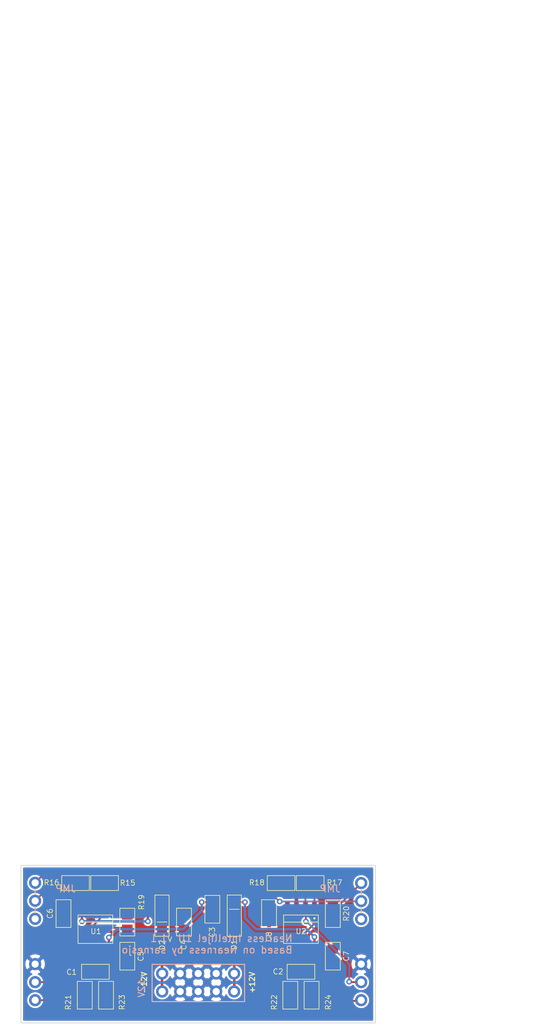
<source format=kicad_pcb>
(kicad_pcb (version 20171130) (host pcbnew "(5.1.8)-1")

  (general
    (thickness 1.6)
    (drawings 52)
    (tracks 119)
    (zones 0)
    (modules 28)
    (nets 20)
  )

  (page A4)
  (layers
    (0 F.Cu signal)
    (31 B.Cu signal)
    (32 B.Adhes user)
    (33 F.Adhes user)
    (34 B.Paste user)
    (35 F.Paste user)
    (36 B.SilkS user)
    (37 F.SilkS user)
    (38 B.Mask user)
    (39 F.Mask user)
    (40 Dwgs.User user hide)
    (41 Cmts.User user)
    (42 Eco1.User user)
    (43 Eco2.User user)
    (44 Edge.Cuts user)
    (45 Margin user)
    (46 B.CrtYd user)
    (47 F.CrtYd user)
    (48 B.Fab user hide)
    (49 F.Fab user)
  )

  (setup
    (last_trace_width 0.25)
    (user_trace_width 0.254)
    (user_trace_width 0.3556)
    (trace_clearance 0.2)
    (zone_clearance 0)
    (zone_45_only no)
    (trace_min 0.2)
    (via_size 0.8)
    (via_drill 0.4)
    (via_min_size 0.4)
    (via_min_drill 0.3)
    (uvia_size 0.3)
    (uvia_drill 0.1)
    (uvias_allowed no)
    (uvia_min_size 0.2)
    (uvia_min_drill 0.1)
    (edge_width 0.1)
    (segment_width 0.2)
    (pcb_text_width 0.3)
    (pcb_text_size 1.5 1.5)
    (mod_edge_width 0.15)
    (mod_text_size 1 1)
    (mod_text_width 0.15)
    (pad_size 6.2 6.2)
    (pad_drill 6.1)
    (pad_to_mask_clearance 0)
    (aux_axis_origin 0 0)
    (grid_origin 40.5 40)
    (visible_elements 7FFFFFFF)
    (pcbplotparams
      (layerselection 0x010fc_ffffffff)
      (usegerberextensions true)
      (usegerberattributes false)
      (usegerberadvancedattributes false)
      (creategerberjobfile false)
      (excludeedgelayer true)
      (linewidth 0.100000)
      (plotframeref false)
      (viasonmask false)
      (mode 1)
      (useauxorigin false)
      (hpglpennumber 1)
      (hpglpenspeed 20)
      (hpglpendiameter 15.000000)
      (psnegative false)
      (psa4output false)
      (plotreference true)
      (plotvalue false)
      (plotinvisibletext false)
      (padsonsilk false)
      (subtractmaskfromsilk true)
      (outputformat 1)
      (mirror false)
      (drillshape 0)
      (scaleselection 1)
      (outputdirectory "nearless-back-pcb-gerbers/"))
  )

  (net 0 "")
  (net 1 "Net-(C1-Pad2)")
  (net 2 "Net-(C1-Pad1)")
  (net 3 "Net-(C2-Pad2)")
  (net 4 "Net-(C2-Pad1)")
  (net 5 GND)
  (net 6 +12V)
  (net 7 -12V)
  (net 8 "Net-(D1-Pad2)")
  (net 9 "Net-(D2-Pad1)")
  (net 10 "Net-(P5-Pad3)")
  (net 11 "Net-(P5-Pad2)")
  (net 12 "Net-(P5-Pad1)")
  (net 13 "Net-(P6-Pad3)")
  (net 14 "Net-(P6-Pad2)")
  (net 15 "Net-(P6-Pad1)")
  (net 16 "Net-(P9-Pad1)")
  (net 17 "Net-(P9-Pad2)")
  (net 18 "Net-(P11-Pad2)")
  (net 19 "Net-(P11-Pad3)")

  (net_class Default "This is the default net class."
    (clearance 0.2)
    (trace_width 0.25)
    (via_dia 0.8)
    (via_drill 0.4)
    (uvia_dia 0.3)
    (uvia_drill 0.1)
    (add_net +12V)
    (add_net -12V)
    (add_net GND)
    (add_net "Net-(C1-Pad1)")
    (add_net "Net-(C1-Pad2)")
    (add_net "Net-(C2-Pad1)")
    (add_net "Net-(C2-Pad2)")
    (add_net "Net-(D1-Pad2)")
    (add_net "Net-(D2-Pad1)")
    (add_net "Net-(P11-Pad2)")
    (add_net "Net-(P11-Pad3)")
    (add_net "Net-(P5-Pad1)")
    (add_net "Net-(P5-Pad2)")
    (add_net "Net-(P5-Pad3)")
    (add_net "Net-(P6-Pad1)")
    (add_net "Net-(P6-Pad2)")
    (add_net "Net-(P6-Pad3)")
    (add_net "Net-(P9-Pad1)")
    (add_net "Net-(P9-Pad2)")
  )

  (module "" (layer F.Cu) (tedit 0) (tstamp 610E555F)
    (at 113.6 56.8 90)
    (fp_text reference "" (at 138.5 58.3 90) (layer F.SilkS)
      (effects (font (size 0.75 0.75) (thickness 0.15)))
    )
    (fp_text value "" (at 138.5 58.3 90) (layer F.SilkS)
      (effects (font (size 0.75 0.75) (thickness 0.15)))
    )
    (fp_text user -12V (at 0 0.9 -90) (layer B.SilkS)
      (effects (font (size 0.9 0.9) (thickness 0.15)) (justify mirror))
    )
  )

  (module nearness:0805 (layer F.Cu) (tedit 58FF14BD) (tstamp 60FF3BDF)
    (at 138.5 58.3 270)
    (path /58FD89A4)
    (fp_text reference R24 (at 1 -2.35 90) (layer F.SilkS)
      (effects (font (size 0.75 0.75) (thickness 0.1)))
    )
    (fp_text value 1k (at 0 1.905 90) (layer F.Fab)
      (effects (font (size 0.6 0.6) (thickness 0.1)))
    )
    (fp_line (start -1 0.625) (end -1 -0.625) (layer F.Fab) (width 0.1))
    (fp_line (start 1 0.625) (end -1 0.625) (layer F.Fab) (width 0.1))
    (fp_line (start 1 -0.625) (end 1 0.625) (layer F.Fab) (width 0.1))
    (fp_line (start -1 -0.625) (end 1 -0.625) (layer F.Fab) (width 0.1))
    (fp_line (start -1.95 1.05) (end -1.95 -1.05) (layer F.SilkS) (width 0.1))
    (fp_line (start 1.95 1.05) (end -1.95 1.05) (layer F.SilkS) (width 0.1))
    (fp_line (start 1.95 -1.05) (end 1.95 1.05) (layer F.SilkS) (width 0.1))
    (fp_line (start -1.95 -1.05) (end 1.95 -1.05) (layer F.SilkS) (width 0.1))
    (pad 2 smd rect (at 1 0 270) (size 1.3 1.5) (layers F.Cu F.Paste F.Mask)
      (net 16 "Net-(P9-Pad1)"))
    (pad 1 smd rect (at -1 0 270) (size 1.3 1.5) (layers F.Cu F.Paste F.Mask)
      (net 3 "Net-(C2-Pad2)"))
  )

  (module nearness:0805 (layer F.Cu) (tedit 58FF14BD) (tstamp 60FF3BD1)
    (at 109.5 58.3 270)
    (path /58FD88EC)
    (fp_text reference R23 (at 1 -2.26 90) (layer F.SilkS)
      (effects (font (size 0.75 0.75) (thickness 0.1)))
    )
    (fp_text value 1k (at 0 1.905 90) (layer F.Fab)
      (effects (font (size 0.6 0.6) (thickness 0.1)))
    )
    (fp_line (start -1 0.625) (end -1 -0.625) (layer F.Fab) (width 0.1))
    (fp_line (start 1 0.625) (end -1 0.625) (layer F.Fab) (width 0.1))
    (fp_line (start 1 -0.625) (end 1 0.625) (layer F.Fab) (width 0.1))
    (fp_line (start -1 -0.625) (end 1 -0.625) (layer F.Fab) (width 0.1))
    (fp_line (start -1.95 1.05) (end -1.95 -1.05) (layer F.SilkS) (width 0.1))
    (fp_line (start 1.95 1.05) (end -1.95 1.05) (layer F.SilkS) (width 0.1))
    (fp_line (start 1.95 -1.05) (end 1.95 1.05) (layer F.SilkS) (width 0.1))
    (fp_line (start -1.95 -1.05) (end 1.95 -1.05) (layer F.SilkS) (width 0.1))
    (pad 2 smd rect (at 1 0 270) (size 1.3 1.5) (layers F.Cu F.Paste F.Mask)
      (net 19 "Net-(P11-Pad3)"))
    (pad 1 smd rect (at -1 0 270) (size 1.3 1.5) (layers F.Cu F.Paste F.Mask)
      (net 1 "Net-(C1-Pad2)"))
  )

  (module nearness:0805 (layer F.Cu) (tedit 58FF14BD) (tstamp 60FF3BC3)
    (at 135.5 58.3 270)
    (path /58FD95CC)
    (fp_text reference R22 (at 1 2.27 90) (layer F.SilkS)
      (effects (font (size 0.75 0.75) (thickness 0.1)))
    )
    (fp_text value 100k (at 0 1.905 90) (layer F.Fab)
      (effects (font (size 0.6 0.6) (thickness 0.1)))
    )
    (fp_line (start -1 0.625) (end -1 -0.625) (layer F.Fab) (width 0.1))
    (fp_line (start 1 0.625) (end -1 0.625) (layer F.Fab) (width 0.1))
    (fp_line (start 1 -0.625) (end 1 0.625) (layer F.Fab) (width 0.1))
    (fp_line (start -1 -0.625) (end 1 -0.625) (layer F.Fab) (width 0.1))
    (fp_line (start -1.95 1.05) (end -1.95 -1.05) (layer F.SilkS) (width 0.1))
    (fp_line (start 1.95 1.05) (end -1.95 1.05) (layer F.SilkS) (width 0.1))
    (fp_line (start 1.95 -1.05) (end 1.95 1.05) (layer F.SilkS) (width 0.1))
    (fp_line (start -1.95 -1.05) (end 1.95 -1.05) (layer F.SilkS) (width 0.1))
    (pad 2 smd rect (at 1 0 270) (size 1.3 1.5) (layers F.Cu F.Paste F.Mask)
      (net 16 "Net-(P9-Pad1)"))
    (pad 1 smd rect (at -1 0 270) (size 1.3 1.5) (layers F.Cu F.Paste F.Mask)
      (net 4 "Net-(C2-Pad1)"))
  )

  (module nearness:0805 (layer F.Cu) (tedit 58FF14BD) (tstamp 60FF3BB5)
    (at 106.5 58.3 270)
    (path /58FD9069)
    (fp_text reference R21 (at 1 2.33 90) (layer F.SilkS)
      (effects (font (size 0.75 0.75) (thickness 0.1)))
    )
    (fp_text value 100k (at 0 1.905 90) (layer F.Fab)
      (effects (font (size 0.6 0.6) (thickness 0.1)))
    )
    (fp_line (start -1 0.625) (end -1 -0.625) (layer F.Fab) (width 0.1))
    (fp_line (start 1 0.625) (end -1 0.625) (layer F.Fab) (width 0.1))
    (fp_line (start 1 -0.625) (end 1 0.625) (layer F.Fab) (width 0.1))
    (fp_line (start -1 -0.625) (end 1 -0.625) (layer F.Fab) (width 0.1))
    (fp_line (start -1.95 1.05) (end -1.95 -1.05) (layer F.SilkS) (width 0.1))
    (fp_line (start 1.95 1.05) (end -1.95 1.05) (layer F.SilkS) (width 0.1))
    (fp_line (start 1.95 -1.05) (end 1.95 1.05) (layer F.SilkS) (width 0.1))
    (fp_line (start -1.95 -1.05) (end 1.95 -1.05) (layer F.SilkS) (width 0.1))
    (pad 2 smd rect (at 1 0 270) (size 1.3 1.5) (layers F.Cu F.Paste F.Mask)
      (net 19 "Net-(P11-Pad3)"))
    (pad 1 smd rect (at -1 0 270) (size 1.3 1.5) (layers F.Cu F.Paste F.Mask)
      (net 2 "Net-(C1-Pad1)"))
  )

  (module nearness:0805 (layer F.Cu) (tedit 58FF14BD) (tstamp 60FF3BA7)
    (at 141.5 46.8 270)
    (path /58FD95C6)
    (fp_text reference R20 (at 0 -1.905 90) (layer F.SilkS)
      (effects (font (size 0.75 0.75) (thickness 0.1)))
    )
    (fp_text value 100k (at 0 1.905 90) (layer F.Fab)
      (effects (font (size 0.6 0.6) (thickness 0.1)))
    )
    (fp_line (start -1 0.625) (end -1 -0.625) (layer F.Fab) (width 0.1))
    (fp_line (start 1 0.625) (end -1 0.625) (layer F.Fab) (width 0.1))
    (fp_line (start 1 -0.625) (end 1 0.625) (layer F.Fab) (width 0.1))
    (fp_line (start -1 -0.625) (end 1 -0.625) (layer F.Fab) (width 0.1))
    (fp_line (start -1.95 1.05) (end -1.95 -1.05) (layer F.SilkS) (width 0.1))
    (fp_line (start 1.95 1.05) (end -1.95 1.05) (layer F.SilkS) (width 0.1))
    (fp_line (start 1.95 -1.05) (end 1.95 1.05) (layer F.SilkS) (width 0.1))
    (fp_line (start -1.95 -1.05) (end 1.95 -1.05) (layer F.SilkS) (width 0.1))
    (pad 2 smd rect (at 1 0 270) (size 1.3 1.5) (layers F.Cu F.Paste F.Mask)
      (net 4 "Net-(C2-Pad1)"))
    (pad 1 smd rect (at -1 0 270) (size 1.3 1.5) (layers F.Cu F.Paste F.Mask)
      (net 15 "Net-(P6-Pad1)"))
  )

  (module nearness:0805 (layer F.Cu) (tedit 58FF14BD) (tstamp 60FF3B99)
    (at 112.5 48 270)
    (path /58FD8EF2)
    (fp_text reference R19 (at -2.8 -2 90) (layer F.SilkS)
      (effects (font (size 0.75 0.75) (thickness 0.1)))
    )
    (fp_text value 100k (at 0 1.905 90) (layer F.Fab)
      (effects (font (size 0.6 0.6) (thickness 0.1)))
    )
    (fp_line (start -1 0.625) (end -1 -0.625) (layer F.Fab) (width 0.1))
    (fp_line (start 1 0.625) (end -1 0.625) (layer F.Fab) (width 0.1))
    (fp_line (start 1 -0.625) (end 1 0.625) (layer F.Fab) (width 0.1))
    (fp_line (start -1 -0.625) (end 1 -0.625) (layer F.Fab) (width 0.1))
    (fp_line (start -1.95 1.05) (end -1.95 -1.05) (layer F.SilkS) (width 0.1))
    (fp_line (start 1.95 1.05) (end -1.95 1.05) (layer F.SilkS) (width 0.1))
    (fp_line (start 1.95 -1.05) (end 1.95 1.05) (layer F.SilkS) (width 0.1))
    (fp_line (start -1.95 -1.05) (end 1.95 -1.05) (layer F.SilkS) (width 0.1))
    (pad 2 smd rect (at 1 0 270) (size 1.3 1.5) (layers F.Cu F.Paste F.Mask)
      (net 2 "Net-(C1-Pad1)"))
    (pad 1 smd rect (at -1 0 270) (size 1.3 1.5) (layers F.Cu F.Paste F.Mask)
      (net 12 "Net-(P5-Pad1)"))
  )

  (module nearness:0805 (layer F.Cu) (tedit 58FF14BD) (tstamp 60FF3B8B)
    (at 134.2 42.5 180)
    (path /59A7D525)
    (fp_text reference R18 (at 3.42 0.07) (layer F.SilkS)
      (effects (font (size 0.75 0.75) (thickness 0.1)))
    )
    (fp_text value 100k (at 0 1.905) (layer F.Fab)
      (effects (font (size 0.6 0.6) (thickness 0.1)))
    )
    (fp_line (start -1 0.625) (end -1 -0.625) (layer F.Fab) (width 0.1))
    (fp_line (start 1 0.625) (end -1 0.625) (layer F.Fab) (width 0.1))
    (fp_line (start 1 -0.625) (end 1 0.625) (layer F.Fab) (width 0.1))
    (fp_line (start -1 -0.625) (end 1 -0.625) (layer F.Fab) (width 0.1))
    (fp_line (start -1.95 1.05) (end -1.95 -1.05) (layer F.SilkS) (width 0.1))
    (fp_line (start 1.95 1.05) (end -1.95 1.05) (layer F.SilkS) (width 0.1))
    (fp_line (start 1.95 -1.05) (end 1.95 1.05) (layer F.SilkS) (width 0.1))
    (fp_line (start -1.95 -1.05) (end 1.95 -1.05) (layer F.SilkS) (width 0.1))
    (pad 2 smd rect (at 1 0 180) (size 1.3 1.5) (layers F.Cu F.Paste F.Mask)
      (net 14 "Net-(P6-Pad2)"))
    (pad 1 smd rect (at -1 0 180) (size 1.3 1.5) (layers F.Cu F.Paste F.Mask)
      (net 17 "Net-(P9-Pad2)"))
  )

  (module nearness:0805 (layer F.Cu) (tedit 58FF14BD) (tstamp 60FF3B7D)
    (at 138.3 42.5)
    (path /58FD95C0)
    (fp_text reference R17 (at 3.44 -0.07) (layer F.SilkS)
      (effects (font (size 0.75 0.75) (thickness 0.1)))
    )
    (fp_text value 100k (at 0 1.905) (layer F.Fab)
      (effects (font (size 0.6 0.6) (thickness 0.1)))
    )
    (fp_line (start -1 0.625) (end -1 -0.625) (layer F.Fab) (width 0.1))
    (fp_line (start 1 0.625) (end -1 0.625) (layer F.Fab) (width 0.1))
    (fp_line (start 1 -0.625) (end 1 0.625) (layer F.Fab) (width 0.1))
    (fp_line (start -1 -0.625) (end 1 -0.625) (layer F.Fab) (width 0.1))
    (fp_line (start -1.95 1.05) (end -1.95 -1.05) (layer F.SilkS) (width 0.1))
    (fp_line (start 1.95 1.05) (end -1.95 1.05) (layer F.SilkS) (width 0.1))
    (fp_line (start 1.95 -1.05) (end 1.95 1.05) (layer F.SilkS) (width 0.1))
    (fp_line (start -1.95 -1.05) (end 1.95 -1.05) (layer F.SilkS) (width 0.1))
    (pad 2 smd rect (at 1 0) (size 1.3 1.5) (layers F.Cu F.Paste F.Mask)
      (net 15 "Net-(P6-Pad1)"))
    (pad 1 smd rect (at -1 0) (size 1.3 1.5) (layers F.Cu F.Paste F.Mask)
      (net 17 "Net-(P9-Pad2)"))
  )

  (module nearness:0805 (layer F.Cu) (tedit 58FF14BD) (tstamp 60FF3B6F)
    (at 105.2 42.5 180)
    (path /59A7C09F)
    (fp_text reference R16 (at 3.38 0.07) (layer F.SilkS)
      (effects (font (size 0.75 0.75) (thickness 0.1)))
    )
    (fp_text value 100k (at 0 1.905) (layer F.Fab)
      (effects (font (size 0.6 0.6) (thickness 0.1)))
    )
    (fp_line (start -1 0.625) (end -1 -0.625) (layer F.Fab) (width 0.1))
    (fp_line (start 1 0.625) (end -1 0.625) (layer F.Fab) (width 0.1))
    (fp_line (start 1 -0.625) (end 1 0.625) (layer F.Fab) (width 0.1))
    (fp_line (start -1 -0.625) (end 1 -0.625) (layer F.Fab) (width 0.1))
    (fp_line (start -1.95 1.05) (end -1.95 -1.05) (layer F.SilkS) (width 0.1))
    (fp_line (start 1.95 1.05) (end -1.95 1.05) (layer F.SilkS) (width 0.1))
    (fp_line (start 1.95 -1.05) (end 1.95 1.05) (layer F.SilkS) (width 0.1))
    (fp_line (start -1.95 -1.05) (end 1.95 -1.05) (layer F.SilkS) (width 0.1))
    (pad 2 smd rect (at 1 0 180) (size 1.3 1.5) (layers F.Cu F.Paste F.Mask)
      (net 11 "Net-(P5-Pad2)"))
    (pad 1 smd rect (at -1 0 180) (size 1.3 1.5) (layers F.Cu F.Paste F.Mask)
      (net 18 "Net-(P11-Pad2)"))
  )

  (module nearness:0805 (layer F.Cu) (tedit 58FF14BD) (tstamp 60FF3B61)
    (at 109.3 42.5)
    (path /58FD8DE4)
    (fp_text reference R15 (at 3.25 -0.03) (layer F.SilkS)
      (effects (font (size 0.75 0.75) (thickness 0.1)))
    )
    (fp_text value 100k (at 0 1.905) (layer F.Fab)
      (effects (font (size 0.6 0.6) (thickness 0.1)))
    )
    (fp_line (start -1 0.625) (end -1 -0.625) (layer F.Fab) (width 0.1))
    (fp_line (start 1 0.625) (end -1 0.625) (layer F.Fab) (width 0.1))
    (fp_line (start 1 -0.625) (end 1 0.625) (layer F.Fab) (width 0.1))
    (fp_line (start -1 -0.625) (end 1 -0.625) (layer F.Fab) (width 0.1))
    (fp_line (start -1.95 1.05) (end -1.95 -1.05) (layer F.SilkS) (width 0.1))
    (fp_line (start 1.95 1.05) (end -1.95 1.05) (layer F.SilkS) (width 0.1))
    (fp_line (start 1.95 -1.05) (end 1.95 1.05) (layer F.SilkS) (width 0.1))
    (fp_line (start -1.95 -1.05) (end 1.95 -1.05) (layer F.SilkS) (width 0.1))
    (pad 2 smd rect (at 1 0) (size 1.3 1.5) (layers F.Cu F.Paste F.Mask)
      (net 12 "Net-(P5-Pad1)"))
    (pad 1 smd rect (at -1 0) (size 1.3 1.5) (layers F.Cu F.Paste F.Mask)
      (net 18 "Net-(P11-Pad2)"))
  )

  (module nearness:0805 (layer F.Cu) (tedit 58FF14BD) (tstamp 60FF3A0A)
    (at 132.5 46.8 90)
    (path /59A40870)
    (fp_text reference C8 (at -3.26 0 90) (layer F.SilkS)
      (effects (font (size 0.75 0.75) (thickness 0.1)))
    )
    (fp_text value 100n (at 0 1.905 90) (layer F.Fab)
      (effects (font (size 0.6 0.6) (thickness 0.1)))
    )
    (fp_line (start -1 0.625) (end -1 -0.625) (layer F.Fab) (width 0.1))
    (fp_line (start 1 0.625) (end -1 0.625) (layer F.Fab) (width 0.1))
    (fp_line (start 1 -0.625) (end 1 0.625) (layer F.Fab) (width 0.1))
    (fp_line (start -1 -0.625) (end 1 -0.625) (layer F.Fab) (width 0.1))
    (fp_line (start -1.95 1.05) (end -1.95 -1.05) (layer F.SilkS) (width 0.1))
    (fp_line (start 1.95 1.05) (end -1.95 1.05) (layer F.SilkS) (width 0.1))
    (fp_line (start 1.95 -1.05) (end 1.95 1.05) (layer F.SilkS) (width 0.1))
    (fp_line (start -1.95 -1.05) (end 1.95 -1.05) (layer F.SilkS) (width 0.1))
    (pad 2 smd rect (at 1 0 90) (size 1.3 1.5) (layers F.Cu F.Paste F.Mask)
      (net 7 -12V))
    (pad 1 smd rect (at -1 0 90) (size 1.3 1.5) (layers F.Cu F.Paste F.Mask)
      (net 5 GND))
  )

  (module nearness:0805 (layer F.Cu) (tedit 58FF14BD) (tstamp 60FF39FC)
    (at 141.5 52.8 270)
    (path /59A407B0)
    (fp_text reference C7 (at 0 -1.905 90) (layer F.SilkS)
      (effects (font (size 0.75 0.75) (thickness 0.1)))
    )
    (fp_text value 100n (at 0 1.905 90) (layer F.Fab)
      (effects (font (size 0.6 0.6) (thickness 0.1)))
    )
    (fp_line (start -1 0.625) (end -1 -0.625) (layer F.Fab) (width 0.1))
    (fp_line (start 1 0.625) (end -1 0.625) (layer F.Fab) (width 0.1))
    (fp_line (start 1 -0.625) (end 1 0.625) (layer F.Fab) (width 0.1))
    (fp_line (start -1 -0.625) (end 1 -0.625) (layer F.Fab) (width 0.1))
    (fp_line (start -1.95 1.05) (end -1.95 -1.05) (layer F.SilkS) (width 0.1))
    (fp_line (start 1.95 1.05) (end -1.95 1.05) (layer F.SilkS) (width 0.1))
    (fp_line (start 1.95 -1.05) (end 1.95 1.05) (layer F.SilkS) (width 0.1))
    (fp_line (start -1.95 -1.05) (end 1.95 -1.05) (layer F.SilkS) (width 0.1))
    (pad 2 smd rect (at 1 0 270) (size 1.3 1.5) (layers F.Cu F.Paste F.Mask)
      (net 5 GND))
    (pad 1 smd rect (at -1 0 270) (size 1.3 1.5) (layers F.Cu F.Paste F.Mask)
      (net 6 +12V))
  )

  (module nearness:0805 (layer F.Cu) (tedit 58FF14BD) (tstamp 60FF39EE)
    (at 103.5 46.8 90)
    (path /58FD9D01)
    (fp_text reference C6 (at 0 -1.905 90) (layer F.SilkS)
      (effects (font (size 0.75 0.75) (thickness 0.1)))
    )
    (fp_text value 100n (at 0 1.905 90) (layer F.Fab)
      (effects (font (size 0.6 0.6) (thickness 0.1)))
    )
    (fp_line (start -1 0.625) (end -1 -0.625) (layer F.Fab) (width 0.1))
    (fp_line (start 1 0.625) (end -1 0.625) (layer F.Fab) (width 0.1))
    (fp_line (start 1 -0.625) (end 1 0.625) (layer F.Fab) (width 0.1))
    (fp_line (start -1 -0.625) (end 1 -0.625) (layer F.Fab) (width 0.1))
    (fp_line (start -1.95 1.05) (end -1.95 -1.05) (layer F.SilkS) (width 0.1))
    (fp_line (start 1.95 1.05) (end -1.95 1.05) (layer F.SilkS) (width 0.1))
    (fp_line (start 1.95 -1.05) (end 1.95 1.05) (layer F.SilkS) (width 0.1))
    (fp_line (start -1.95 -1.05) (end 1.95 -1.05) (layer F.SilkS) (width 0.1))
    (pad 2 smd rect (at 1 0 90) (size 1.3 1.5) (layers F.Cu F.Paste F.Mask)
      (net 7 -12V))
    (pad 1 smd rect (at -1 0 90) (size 1.3 1.5) (layers F.Cu F.Paste F.Mask)
      (net 5 GND))
  )

  (module nearness:0805 (layer F.Cu) (tedit 58FF14BD) (tstamp 60FF39E0)
    (at 112.5 52.8 270)
    (path /58FD9C65)
    (fp_text reference C5 (at 0 -1.905 90) (layer F.SilkS)
      (effects (font (size 0.75 0.75) (thickness 0.1)))
    )
    (fp_text value 100n (at 0 1.905 90) (layer F.Fab)
      (effects (font (size 0.6 0.6) (thickness 0.1)))
    )
    (fp_line (start -1 0.625) (end -1 -0.625) (layer F.Fab) (width 0.1))
    (fp_line (start 1 0.625) (end -1 0.625) (layer F.Fab) (width 0.1))
    (fp_line (start 1 -0.625) (end 1 0.625) (layer F.Fab) (width 0.1))
    (fp_line (start -1 -0.625) (end 1 -0.625) (layer F.Fab) (width 0.1))
    (fp_line (start -1.95 1.05) (end -1.95 -1.05) (layer F.SilkS) (width 0.1))
    (fp_line (start 1.95 1.05) (end -1.95 1.05) (layer F.SilkS) (width 0.1))
    (fp_line (start 1.95 -1.05) (end 1.95 1.05) (layer F.SilkS) (width 0.1))
    (fp_line (start -1.95 -1.05) (end 1.95 -1.05) (layer F.SilkS) (width 0.1))
    (pad 2 smd rect (at 1 0 270) (size 1.3 1.5) (layers F.Cu F.Paste F.Mask)
      (net 5 GND))
    (pad 1 smd rect (at -1 0 270) (size 1.3 1.5) (layers F.Cu F.Paste F.Mask)
      (net 6 +12V))
  )

  (module nearness:0805 (layer F.Cu) (tedit 58FF14BD) (tstamp 60FF39B6)
    (at 137 55)
    (path /591AE57B)
    (fp_text reference C2 (at -3.23 -0.02) (layer F.SilkS)
      (effects (font (size 0.75 0.75) (thickness 0.1)))
    )
    (fp_text value 22p (at 0 1.905) (layer F.Fab)
      (effects (font (size 0.6 0.6) (thickness 0.1)))
    )
    (fp_line (start -1 0.625) (end -1 -0.625) (layer F.Fab) (width 0.1))
    (fp_line (start 1 0.625) (end -1 0.625) (layer F.Fab) (width 0.1))
    (fp_line (start 1 -0.625) (end 1 0.625) (layer F.Fab) (width 0.1))
    (fp_line (start -1 -0.625) (end 1 -0.625) (layer F.Fab) (width 0.1))
    (fp_line (start -1.95 1.05) (end -1.95 -1.05) (layer F.SilkS) (width 0.1))
    (fp_line (start 1.95 1.05) (end -1.95 1.05) (layer F.SilkS) (width 0.1))
    (fp_line (start 1.95 -1.05) (end 1.95 1.05) (layer F.SilkS) (width 0.1))
    (fp_line (start -1.95 -1.05) (end 1.95 -1.05) (layer F.SilkS) (width 0.1))
    (pad 2 smd rect (at 1 0) (size 1.3 1.5) (layers F.Cu F.Paste F.Mask)
      (net 3 "Net-(C2-Pad2)"))
    (pad 1 smd rect (at -1 0) (size 1.3 1.5) (layers F.Cu F.Paste F.Mask)
      (net 4 "Net-(C2-Pad1)"))
  )

  (module nearness:0805 (layer F.Cu) (tedit 58FF14BD) (tstamp 60FF39A8)
    (at 108 55)
    (path /591AE4DD)
    (fp_text reference C1 (at -3.36 0.04) (layer F.SilkS)
      (effects (font (size 0.75 0.75) (thickness 0.1)))
    )
    (fp_text value 22p (at 0 1.905) (layer F.Fab)
      (effects (font (size 0.6 0.6) (thickness 0.1)))
    )
    (fp_line (start -1 0.625) (end -1 -0.625) (layer F.Fab) (width 0.1))
    (fp_line (start 1 0.625) (end -1 0.625) (layer F.Fab) (width 0.1))
    (fp_line (start 1 -0.625) (end 1 0.625) (layer F.Fab) (width 0.1))
    (fp_line (start -1 -0.625) (end 1 -0.625) (layer F.Fab) (width 0.1))
    (fp_line (start -1.95 1.05) (end -1.95 -1.05) (layer F.SilkS) (width 0.1))
    (fp_line (start 1.95 1.05) (end -1.95 1.05) (layer F.SilkS) (width 0.1))
    (fp_line (start 1.95 -1.05) (end 1.95 1.05) (layer F.SilkS) (width 0.1))
    (fp_line (start -1.95 -1.05) (end 1.95 -1.05) (layer F.SilkS) (width 0.1))
    (pad 2 smd rect (at 1 0) (size 1.3 1.5) (layers F.Cu F.Paste F.Mask)
      (net 1 "Net-(C1-Pad2)"))
    (pad 1 smd rect (at -1 0) (size 1.3 1.5) (layers F.Cu F.Paste F.Mask)
      (net 2 "Net-(C1-Pad1)"))
  )

  (module nearness:Eurorack_2x5 (layer F.Cu) (tedit 5A487461) (tstamp 610006D4)
    (at 122.5 56.51 270)
    (path /5A48765D)
    (fp_text reference P7 (at 0 -10.16 90) (layer F.SilkS) hide
      (effects (font (size 0.75 0.75) (thickness 0.15)))
    )
    (fp_text value CONN_01X03 (at 0 10.16 90) (layer F.Fab)
      (effects (font (size 1 1) (thickness 0.15)))
    )
    (fp_text user +12V (at 0 -7.62 90) (layer F.SilkS)
      (effects (font (size 0.75 0.75) (thickness 0.15)))
    )
    (fp_text user -12V (at 0 7.62 90) (layer F.SilkS)
      (effects (font (size 0.75 0.75) (thickness 0.15)))
    )
    (pad 1 thru_hole circle (at 1.27 5.08 270) (size 1.7272 1.7272) (drill 1.016) (layers *.Cu *.Mask)
      (net 9 "Net-(D2-Pad1)"))
    (pad 1 thru_hole circle (at -1.27 5.08 270) (size 1.7272 1.7272) (drill 1.016) (layers *.Cu *.Mask)
      (net 9 "Net-(D2-Pad1)"))
    (pad 2 thru_hole circle (at 1.27 2.54 270) (size 1.7272 1.7272) (drill 1.016) (layers *.Cu *.Mask)
      (net 5 GND))
    (pad 2 thru_hole circle (at -1.27 2.54 270) (size 1.7272 1.7272) (drill 1.016) (layers *.Cu *.Mask)
      (net 5 GND))
    (pad 2 thru_hole circle (at 1.27 0 270) (size 1.7272 1.7272) (drill 1.016) (layers *.Cu *.Mask)
      (net 5 GND))
    (pad 2 thru_hole circle (at -1.27 0 270) (size 1.7272 1.7272) (drill 1.016) (layers *.Cu *.Mask)
      (net 5 GND))
    (pad 2 thru_hole circle (at 1.27 -2.54 270) (size 1.7272 1.7272) (drill 1.016) (layers *.Cu *.Mask)
      (net 5 GND))
    (pad 2 thru_hole circle (at -1.27 -2.54 270) (size 1.7272 1.7272) (drill 1.016) (layers *.Cu *.Mask)
      (net 5 GND))
    (pad 3 thru_hole circle (at 1.27 -5.08 270) (size 1.7272 1.7272) (drill 1.016) (layers *.Cu *.Mask)
      (net 8 "Net-(D1-Pad2)"))
    (pad 3 thru_hole circle (at -1.27 -5.08 270) (size 1.7272 1.7272) (drill 1.016) (layers *.Cu *.Mask)
      (net 8 "Net-(D1-Pad2)"))
  )

  (module nearness:Pin_1x3 (layer F.Cu) (tedit 58FED9E0) (tstamp 60FF3AC7)
    (at 99.5 56.46)
    (path /612C58BC)
    (fp_text reference P11 (at 0 -5.08) (layer F.SilkS) hide
      (effects (font (size 0.75 0.75) (thickness 0.15)))
    )
    (fp_text value CONN_01X03 (at 0 5.08) (layer F.Fab)
      (effects (font (size 1 1) (thickness 0.15)))
    )
    (pad 3 thru_hole circle (at 0 2.54) (size 1.7272 1.7272) (drill 1.016) (layers *.Cu *.Mask)
      (net 19 "Net-(P11-Pad3)"))
    (pad 2 thru_hole circle (at 0 0) (size 1.7272 1.7272) (drill 1.016) (layers *.Cu *.Mask)
      (net 18 "Net-(P11-Pad2)"))
    (pad 1 thru_hole circle (at 0 -2.54) (size 1.7272 1.7272) (drill 1.016) (layers *.Cu *.Mask)
      (net 5 GND))
  )

  (module nearness:Pin_1x3 (layer F.Cu) (tedit 58FED9E0) (tstamp 60FF3AB0)
    (at 145.5 56.46 180)
    (path /61201A10)
    (fp_text reference P9 (at 0 -5.08) (layer F.SilkS) hide
      (effects (font (size 0.75 0.75) (thickness 0.15)))
    )
    (fp_text value CONN_01X03 (at 0 5.08) (layer F.Fab)
      (effects (font (size 1 1) (thickness 0.15)))
    )
    (pad 3 thru_hole circle (at 0 2.54 180) (size 1.7272 1.7272) (drill 1.016) (layers *.Cu *.Mask)
      (net 5 GND))
    (pad 2 thru_hole circle (at 0 0 180) (size 1.7272 1.7272) (drill 1.016) (layers *.Cu *.Mask)
      (net 17 "Net-(P9-Pad2)"))
    (pad 1 thru_hole circle (at 0 -2.54 180) (size 1.7272 1.7272) (drill 1.016) (layers *.Cu *.Mask)
      (net 16 "Net-(P9-Pad1)"))
  )

  (module nearness:SOIC-8 (layer F.Cu) (tedit 59A3A705) (tstamp 60FF3C01)
    (at 137 49 180)
    (path /59A3B431)
    (fp_text reference U2 (at -0.01 -0.31) (layer F.SilkS)
      (effects (font (size 0.75 0.75) (thickness 0.1)))
    )
    (fp_text value LME49720 (at 0 5.08) (layer F.Fab)
      (effects (font (size 0.6 0.6) (thickness 0.1)))
    )
    (fp_line (start -2.45 2) (end -2.45 -2) (layer F.SilkS) (width 0.1))
    (fp_line (start 2.45 2) (end -2.45 2) (layer F.SilkS) (width 0.1))
    (fp_line (start 2.45 -2) (end 2.45 2) (layer F.SilkS) (width 0.1))
    (fp_line (start -2.45 -2) (end 2.45 -2) (layer F.SilkS) (width 0.1))
    (fp_line (start 2.45 1) (end -2.45 1) (layer F.SilkS) (width 0.1))
    (pad 8 smd rect (at -1.905 -3 180) (size 0.65 2) (layers F.Cu F.Paste F.Mask)
      (net 6 +12V))
    (pad 7 smd rect (at -0.635 -3 180) (size 0.65 2) (layers F.Cu F.Paste F.Mask)
      (net 3 "Net-(C2-Pad2)"))
    (pad 6 smd rect (at 0.635 -3 180) (size 0.65 2) (layers F.Cu F.Paste F.Mask)
      (net 4 "Net-(C2-Pad1)"))
    (pad 5 smd rect (at 1.905 -3 180) (size 0.65 2) (layers F.Cu F.Paste F.Mask)
      (net 5 GND))
    (pad 4 smd rect (at 1.905 3 180) (size 0.65 2) (layers F.Cu F.Paste F.Mask)
      (net 7 -12V))
    (pad 3 smd rect (at 0.635 3 180) (size 0.65 2) (layers F.Cu F.Paste F.Mask)
      (net 5 GND))
    (pad 2 smd rect (at -0.635 3 180) (size 0.65 2) (layers F.Cu F.Paste F.Mask)
      (net 17 "Net-(P9-Pad2)"))
    (pad 1 smd rect (at -1.905 3 180) (size 0.65 2) (layers F.Cu F.Paste F.Mask)
      (net 15 "Net-(P6-Pad1)"))
  )

  (module nearness:SOIC-8 (layer F.Cu) (tedit 59A3A705) (tstamp 60FF3BF0)
    (at 108 49 180)
    (path /59A3B196)
    (fp_text reference U1 (at -0.07 -0.31) (layer F.SilkS)
      (effects (font (size 0.75 0.75) (thickness 0.1)))
    )
    (fp_text value LME49720 (at 0 5.08) (layer F.Fab)
      (effects (font (size 0.6 0.6) (thickness 0.1)))
    )
    (fp_line (start -2.45 2) (end -2.45 -2) (layer F.SilkS) (width 0.1))
    (fp_line (start 2.45 2) (end -2.45 2) (layer F.SilkS) (width 0.1))
    (fp_line (start 2.45 -2) (end 2.45 2) (layer F.SilkS) (width 0.1))
    (fp_line (start -2.45 -2) (end 2.45 -2) (layer F.SilkS) (width 0.1))
    (fp_line (start 2.45 1) (end -2.45 1) (layer F.SilkS) (width 0.1))
    (pad 8 smd rect (at -1.905 -3 180) (size 0.65 2) (layers F.Cu F.Paste F.Mask)
      (net 6 +12V))
    (pad 7 smd rect (at -0.635 -3 180) (size 0.65 2) (layers F.Cu F.Paste F.Mask)
      (net 1 "Net-(C1-Pad2)"))
    (pad 6 smd rect (at 0.635 -3 180) (size 0.65 2) (layers F.Cu F.Paste F.Mask)
      (net 2 "Net-(C1-Pad1)"))
    (pad 5 smd rect (at 1.905 -3 180) (size 0.65 2) (layers F.Cu F.Paste F.Mask)
      (net 5 GND))
    (pad 4 smd rect (at 1.905 3 180) (size 0.65 2) (layers F.Cu F.Paste F.Mask)
      (net 7 -12V))
    (pad 3 smd rect (at 0.635 3 180) (size 0.65 2) (layers F.Cu F.Paste F.Mask)
      (net 5 GND))
    (pad 2 smd rect (at -0.635 3 180) (size 0.65 2) (layers F.Cu F.Paste F.Mask)
      (net 18 "Net-(P11-Pad2)"))
    (pad 1 smd rect (at -1.905 3 180) (size 0.65 2) (layers F.Cu F.Paste F.Mask)
      (net 12 "Net-(P5-Pad1)"))
  )

  (module nearness:Pin_1x3 (layer F.Cu) (tedit 58FED9E0) (tstamp 60FF3A89)
    (at 145.5 45.04)
    (path /59A7D51F)
    (fp_text reference P6 (at 0 4.66) (layer F.SilkS) hide
      (effects (font (size 0.75 0.75) (thickness 0.15)))
    )
    (fp_text value CONN_01X03 (at 0 5.08) (layer F.Fab)
      (effects (font (size 1 1) (thickness 0.15)))
    )
    (pad 3 thru_hole circle (at 0 2.54) (size 1.7272 1.7272) (drill 1.016) (layers *.Cu *.Mask)
      (net 13 "Net-(P6-Pad3)"))
    (pad 2 thru_hole circle (at 0 0) (size 1.7272 1.7272) (drill 1.016) (layers *.Cu *.Mask)
      (net 14 "Net-(P6-Pad2)"))
    (pad 1 thru_hole circle (at 0 -2.54) (size 1.7272 1.7272) (drill 1.016) (layers *.Cu *.Mask)
      (net 15 "Net-(P6-Pad1)"))
  )

  (module nearness:Pin_1x3 (layer F.Cu) (tedit 58FED9E0) (tstamp 60FF3A82)
    (at 99.5 45)
    (path /59A7BF22)
    (fp_text reference P5 (at 0.2 4.5) (layer F.SilkS) hide
      (effects (font (size 0.75 0.75) (thickness 0.15)))
    )
    (fp_text value CONN_01X03 (at 0 5.08) (layer F.Fab)
      (effects (font (size 1 1) (thickness 0.15)))
    )
    (pad 3 thru_hole circle (at 0 2.54) (size 1.7272 1.7272) (drill 1.016) (layers *.Cu *.Mask)
      (net 10 "Net-(P5-Pad3)"))
    (pad 2 thru_hole circle (at 0 0) (size 1.7272 1.7272) (drill 1.016) (layers *.Cu *.Mask)
      (net 11 "Net-(P5-Pad2)"))
    (pad 1 thru_hole circle (at 0 -2.54) (size 1.7272 1.7272) (drill 1.016) (layers *.Cu *.Mask)
      (net 12 "Net-(P5-Pad1)"))
  )

  (module nearness:SOD-123 (layer F.Cu) (tedit 58FF14D9) (tstamp 60FFFE13)
    (at 117.4 47.09 90)
    (path /58FD9914)
    (fp_text reference D2 (at -4.14 0.04 90) (layer F.SilkS)
      (effects (font (size 0.75 0.75) (thickness 0.1)))
    )
    (fp_text value 1N5819HW (at 0 1.905 90) (layer F.Fab)
      (effects (font (size 0.6 0.6) (thickness 0.1)))
    )
    (fp_line (start -2.9 1) (end -2.9 -1) (layer F.SilkS) (width 0.1))
    (fp_line (start 2.9 1) (end -2.9 1) (layer F.SilkS) (width 0.1))
    (fp_line (start 2.9 -1) (end 2.9 1) (layer F.SilkS) (width 0.1))
    (fp_line (start -2.9 -1) (end 2.9 -1) (layer F.SilkS) (width 0.1))
    (fp_line (start -0.9 -0.7) (end -0.9 0.7) (layer F.SilkS) (width 0.1))
    (pad 2 smd rect (at 1.9 0 90) (size 1.4 1.4) (layers F.Cu F.Paste F.Mask)
      (net 7 -12V))
    (pad 1 smd rect (at -1.9 0 90) (size 1.4 1.4) (layers F.Cu F.Paste F.Mask)
      (net 9 "Net-(D2-Pad1)"))
  )

  (module nearness:SOD-123 (layer F.Cu) (tedit 58FF14D9) (tstamp 61000891)
    (at 127.6 47.09 270)
    (path /58FD9829)
    (fp_text reference D1 (at 4.11 0.03 90) (layer F.SilkS)
      (effects (font (size 0.75 0.75) (thickness 0.1)))
    )
    (fp_text value 1N5819HW (at 0 1.905 90) (layer F.Fab)
      (effects (font (size 0.6 0.6) (thickness 0.1)))
    )
    (fp_line (start -2.9 1) (end -2.9 -1) (layer F.SilkS) (width 0.1))
    (fp_line (start 2.9 1) (end -2.9 1) (layer F.SilkS) (width 0.1))
    (fp_line (start 2.9 -1) (end 2.9 1) (layer F.SilkS) (width 0.1))
    (fp_line (start -2.9 -1) (end 2.9 -1) (layer F.SilkS) (width 0.1))
    (fp_line (start -0.9 -0.7) (end -0.9 0.7) (layer F.SilkS) (width 0.1))
    (pad 2 smd rect (at 1.9 0 270) (size 1.4 1.4) (layers F.Cu F.Paste F.Mask)
      (net 8 "Net-(D1-Pad2)"))
    (pad 1 smd rect (at -1.9 0 270) (size 1.4 1.4) (layers F.Cu F.Paste F.Mask)
      (net 6 +12V))
  )

  (module nearness:0805 (layer F.Cu) (tedit 58FF14BD) (tstamp 610E5A4C)
    (at 120.5 47.99 90)
    (path /58FD9B16)
    (fp_text reference C4 (at -3.21 -0.04 90) (layer F.SilkS)
      (effects (font (size 0.75 0.75) (thickness 0.1)))
    )
    (fp_text value 22u (at 0 1.905 90) (layer F.Fab)
      (effects (font (size 0.6 0.6) (thickness 0.1)))
    )
    (fp_line (start -1 0.625) (end -1 -0.625) (layer F.Fab) (width 0.1))
    (fp_line (start 1 0.625) (end -1 0.625) (layer F.Fab) (width 0.1))
    (fp_line (start 1 -0.625) (end 1 0.625) (layer F.Fab) (width 0.1))
    (fp_line (start -1 -0.625) (end 1 -0.625) (layer F.Fab) (width 0.1))
    (fp_line (start -1.95 1.05) (end -1.95 -1.05) (layer F.SilkS) (width 0.1))
    (fp_line (start 1.95 1.05) (end -1.95 1.05) (layer F.SilkS) (width 0.1))
    (fp_line (start 1.95 -1.05) (end 1.95 1.05) (layer F.SilkS) (width 0.1))
    (fp_line (start -1.95 -1.05) (end 1.95 -1.05) (layer F.SilkS) (width 0.1))
    (pad 2 smd rect (at 1 0 90) (size 1.3 1.5) (layers F.Cu F.Paste F.Mask)
      (net 7 -12V))
    (pad 1 smd rect (at -1 0 90) (size 1.3 1.5) (layers F.Cu F.Paste F.Mask)
      (net 5 GND))
  )

  (module nearness:0805 (layer F.Cu) (tedit 58FF14BD) (tstamp 60FFFE34)
    (at 124.5 46.19 270)
    (path /58FD9A5F)
    (fp_text reference C3 (at 3.23 0.01 90) (layer F.SilkS)
      (effects (font (size 0.75 0.75) (thickness 0.1)))
    )
    (fp_text value 22u (at 0 1.905 90) (layer F.Fab)
      (effects (font (size 0.6 0.6) (thickness 0.1)))
    )
    (fp_line (start -1 0.625) (end -1 -0.625) (layer F.Fab) (width 0.1))
    (fp_line (start 1 0.625) (end -1 0.625) (layer F.Fab) (width 0.1))
    (fp_line (start 1 -0.625) (end 1 0.625) (layer F.Fab) (width 0.1))
    (fp_line (start -1 -0.625) (end 1 -0.625) (layer F.Fab) (width 0.1))
    (fp_line (start -1.95 1.05) (end -1.95 -1.05) (layer F.SilkS) (width 0.1))
    (fp_line (start 1.95 1.05) (end -1.95 1.05) (layer F.SilkS) (width 0.1))
    (fp_line (start 1.95 -1.05) (end 1.95 1.05) (layer F.SilkS) (width 0.1))
    (fp_line (start -1.95 -1.05) (end 1.95 -1.05) (layer F.SilkS) (width 0.1))
    (pad 2 smd rect (at 1 0 270) (size 1.3 1.5) (layers F.Cu F.Paste F.Mask)
      (net 5 GND))
    (pad 1 smd rect (at -1 0 270) (size 1.3 1.5) (layers F.Cu F.Paste F.Mask)
      (net 6 +12V))
  )

  (gr_circle (center 138.9 47.47) (end 138.84 47.41) (layer F.SilkS) (width 0.15) (tstamp 610E5B6B))
  (gr_circle (center 110 47.47) (end 109.94 47.41) (layer F.SilkS) (width 0.15) (tstamp 610E5B80))
  (gr_text JMP (at 103.8 43.3) (layer B.SilkS) (tstamp 610E55AD)
    (effects (font (size 1 1) (thickness 0.15)) (justify mirror))
  )
  (gr_line (start 99.5 45.85) (end 99.5 46.7) (layer B.SilkS) (width 0.15))
  (gr_line (start 145.5 45.9) (end 145.5 46.75) (layer B.SilkS) (width 0.15))
  (gr_line (start 145.5 43.35) (end 145.5 44.2) (layer B.SilkS) (width 0.15))
  (gr_line (start 99.5 43.35) (end 99.5 44.1) (layer B.SilkS) (width 0.15))
  (gr_line (start 116 59.2) (end 116 53.95) (layer B.SilkS) (width 0.15) (tstamp 6101E491))
  (gr_line (start 129.05 59.2) (end 116 59.2) (layer B.SilkS) (width 0.15))
  (gr_line (start 129.05 53.95) (end 129.05 59.2) (layer B.SilkS) (width 0.15))
  (gr_line (start 116.05 53.95) (end 129.05 53.95) (layer B.SilkS) (width 0.15))
  (dimension 39.65 (width 0.15) (layer Dwgs.User)
    (gr_text "39.650 mm" (at 218.22 42.66 90) (layer Dwgs.User)
      (effects (font (size 1 1) (thickness 0.15)))
    )
    (feature1 (pts (xy 209.07 22.835) (xy 217.506421 22.835)))
    (feature2 (pts (xy 209.07 62.485) (xy 217.506421 62.485)))
    (crossbar (pts (xy 216.92 62.485) (xy 216.92 22.835)))
    (arrow1a (pts (xy 216.92 22.835) (xy 217.506421 23.961504)))
    (arrow1b (pts (xy 216.92 22.835) (xy 216.333579 23.961504)))
    (arrow2a (pts (xy 216.92 62.485) (xy 217.506421 61.358496)))
    (arrow2b (pts (xy 216.92 62.485) (xy 216.333579 61.358496)))
  )
  (dimension 50.5 (width 0.15) (layer Dwgs.User)
    (gr_text "50.500 mm" (at 183.82 14.685) (layer Dwgs.User)
      (effects (font (size 1 1) (thickness 0.15)))
    )
    (feature1 (pts (xy 209.07 22.835) (xy 209.07 15.398579)))
    (feature2 (pts (xy 158.57 22.835) (xy 158.57 15.398579)))
    (crossbar (pts (xy 158.57 15.985) (xy 209.07 15.985)))
    (arrow1a (pts (xy 209.07 15.985) (xy 207.943496 16.571421)))
    (arrow1b (pts (xy 209.07 15.985) (xy 207.943496 15.398579)))
    (arrow2a (pts (xy 158.57 15.985) (xy 159.696504 16.571421)))
    (arrow2b (pts (xy 158.57 15.985) (xy 159.696504 15.398579)))
  )
  (gr_line (start 63.5 51.1) (end 91.5 51.1) (layer Dwgs.User) (width 0.15))
  (gr_line (start 40.5 51.1) (end 63.5 51.1) (layer Dwgs.User) (width 0.15))
  (gr_line (start 40.5 62.2) (end 40.5 51.1) (layer Dwgs.User) (width 0.15))
  (gr_line (start 193.82 22.835) (end 203.82 22.835) (layer Dwgs.User) (width 0.15))
  (gr_line (start 183.82 22.835) (end 193.82 22.835) (layer Dwgs.User) (width 0.15))
  (gr_line (start 173.82 22.835) (end 163.82 22.835) (layer Dwgs.User) (width 0.15))
  (gr_line (start 183.82 22.835) (end 173.82 22.835) (layer Dwgs.User) (width 0.15))
  (gr_line (start 158.57 22.835) (end 183.82 22.835) (layer Dwgs.User) (width 0.15))
  (gr_line (start 72 62.2) (end 72 57.6) (layer Dwgs.User) (width 0.15))
  (gr_line (start 65.5 62.2) (end 72 62.2) (layer Dwgs.User) (width 0.15))
  (gr_line (start 59 62.2) (end 59 57.6) (layer Dwgs.User) (width 0.15))
  (gr_line (start 65.5 62.2) (end 59 62.2) (layer Dwgs.User) (width 0.15))
  (gr_line (start 65.5 62.2) (end 71.6 62.2) (layer Dwgs.User) (width 0.15))
  (gr_line (start 65.5 62.2) (end 59.4 62.2) (layer Dwgs.User) (width 0.15))
  (gr_line (start 65.5 46.8) (end 65.5 62.2) (layer Dwgs.User) (width 0.15))
  (gr_line (start 40.5 57.6) (end 90.5 57.6) (layer Dwgs.User) (width 0.15))
  (gr_line (start 40.5 62.2) (end 40.5 57.6) (layer Dwgs.User) (width 0.15))
  (gr_line (start 85.5 40) (end 85.5 46.8) (layer Dwgs.User) (width 0.15))
  (gr_line (start 75.5 40) (end 85.5 40) (layer Dwgs.User) (width 0.15))
  (gr_line (start 75.5 46.8) (end 75.5 40) (layer Dwgs.User) (width 0.15))
  (gr_line (start 65.5 46.8) (end 75.5 46.8) (layer Dwgs.User) (width 0.15))
  (gr_line (start 65.5 40) (end 65.5 46.8) (layer Dwgs.User) (width 0.15))
  (gr_line (start 55.5 40) (end 65.5 40) (layer Dwgs.User) (width 0.15))
  (gr_line (start 55.5 46.8) (end 55.5 40) (layer Dwgs.User) (width 0.15))
  (gr_line (start 45.5 46.8) (end 55.5 46.8) (layer Dwgs.User) (width 0.15))
  (gr_line (start 45.5 40) (end 45.5 46.8) (layer Dwgs.User) (width 0.15))
  (gr_line (start 40.5 40) (end 45.5 40) (layer Dwgs.User) (width 0.15))
  (dimension 50 (width 0.15) (layer Dwgs.User)
    (gr_text "50.000 mm" (at 122.5 35.1) (layer Dwgs.User)
      (effects (font (size 1 1) (thickness 0.15)))
    )
    (feature1 (pts (xy 147.5 40) (xy 147.5 35.813579)))
    (feature2 (pts (xy 97.5 40) (xy 97.5 35.813579)))
    (crossbar (pts (xy 97.5 36.4) (xy 147.5 36.4)))
    (arrow1a (pts (xy 147.5 36.4) (xy 146.373496 36.986421)))
    (arrow1b (pts (xy 147.5 36.4) (xy 146.373496 35.813579)))
    (arrow2a (pts (xy 97.5 36.4) (xy 98.626504 36.986421)))
    (arrow2b (pts (xy 97.5 36.4) (xy 98.626504 35.813579)))
  )
  (dimension 50 (width 0.15) (layer Dwgs.User)
    (gr_text "50.000 mm" (at 65.5 35.1) (layer Dwgs.User)
      (effects (font (size 1 1) (thickness 0.15)))
    )
    (feature1 (pts (xy 40.5 40) (xy 40.5 35.813579)))
    (feature2 (pts (xy 90.5 40) (xy 90.5 35.813579)))
    (crossbar (pts (xy 90.5 36.4) (xy 40.5 36.4)))
    (arrow1a (pts (xy 40.5 36.4) (xy 41.626504 35.813579)))
    (arrow1b (pts (xy 40.5 36.4) (xy 41.626504 36.986421)))
    (arrow2a (pts (xy 90.5 36.4) (xy 89.373496 35.813579)))
    (arrow2b (pts (xy 90.5 36.4) (xy 89.373496 36.986421)))
  )
  (dimension 22.2 (width 0.15) (layer Dwgs.User)
    (gr_text "22.200 mm" (at 36 51.1 270) (layer Dwgs.User)
      (effects (font (size 1 1) (thickness 0.15)))
    )
    (feature1 (pts (xy 40.5 62.2) (xy 36.713579 62.2)))
    (feature2 (pts (xy 40.5 40) (xy 36.713579 40)))
    (crossbar (pts (xy 37.3 40) (xy 37.3 62.2)))
    (arrow1a (pts (xy 37.3 62.2) (xy 36.713579 61.073496)))
    (arrow1b (pts (xy 37.3 62.2) (xy 37.886421 61.073496)))
    (arrow2a (pts (xy 37.3 40) (xy 36.713579 41.126504)))
    (arrow2b (pts (xy 37.3 40) (xy 37.886421 41.126504)))
  )
  (dimension 22.2 (width 0.15) (layer Dwgs.User)
    (gr_text "22.200 mm" (at 154 51.1 90) (layer Dwgs.User)
      (effects (font (size 1 1) (thickness 0.15)))
    )
    (feature1 (pts (xy 147.5 40) (xy 153.286421 40)))
    (feature2 (pts (xy 147.5 62.2) (xy 153.286421 62.2)))
    (crossbar (pts (xy 152.7 62.2) (xy 152.7 40)))
    (arrow1a (pts (xy 152.7 40) (xy 153.286421 41.126504)))
    (arrow1b (pts (xy 152.7 40) (xy 152.113579 41.126504)))
    (arrow2a (pts (xy 152.7 62.2) (xy 153.286421 61.073496)))
    (arrow2b (pts (xy 152.7 62.2) (xy 152.113579 61.073496)))
  )
  (gr_line (start 147.5 62.2) (end 147.5 62) (layer Edge.Cuts) (width 0.1) (tstamp 61001570))
  (gr_line (start 97.5 62.2) (end 97.5 62) (layer Edge.Cuts) (width 0.1) (tstamp 6100156F))
  (gr_text JMP (at 141.1 43.3) (layer B.SilkS) (tstamp 610E558B)
    (effects (font (size 1 1) (thickness 0.15)) (justify mirror))
  )
  (gr_text "Nearless Intellijel 1U v1.1\nBased on Nearness by sarnesjo " (at 135.9 51.1) (layer B.SilkS)
    (effects (font (size 1 1) (thickness 0.15)) (justify left mirror))
  )
  (gr_line (start 147.5 40) (end 97.5 40) (layer Edge.Cuts) (width 0.1) (tstamp 60FF36D7))
  (gr_line (start 147.5 62) (end 147.5 40) (layer Edge.Cuts) (width 0.1) (tstamp 60FF36D6))
  (gr_line (start 97.5 62.2) (end 147.5 62.2) (layer Edge.Cuts) (width 0.1) (tstamp 60FF36D5))
  (gr_line (start 97.5 40) (end 97.5 62) (layer Edge.Cuts) (width 0.1) (tstamp 60FF36D4))

  (segment (start 108.8 52.165) (end 108.635 52) (width 0.254) (layer F.Cu) (net 1))
  (segment (start 108.635 52) (end 108.635 53.335) (width 0.254) (layer F.Cu) (net 1))
  (segment (start 109 53.7) (end 109 55) (width 0.254) (layer F.Cu) (net 1))
  (segment (start 108.635 53.335) (end 109 53.7) (width 0.254) (layer F.Cu) (net 1))
  (segment (start 109 56.8) (end 109.5 57.3) (width 0.254) (layer F.Cu) (net 1))
  (segment (start 109 55) (end 109 56.8) (width 0.254) (layer F.Cu) (net 1))
  (segment (start 107.365 54.835) (end 107.2 55) (width 0.254) (layer F.Cu) (net 2))
  (segment (start 107.365 50.746) (end 107.365 52) (width 0.254) (layer F.Cu) (net 2))
  (segment (start 109.311 48.8) (end 107.365 50.746) (width 0.254) (layer F.Cu) (net 2))
  (segment (start 112.5 48.8) (end 109.311 48.8) (width 0.254) (layer F.Cu) (net 2))
  (segment (start 107.365 52) (end 107.365 53.335) (width 0.254) (layer F.Cu) (net 2))
  (segment (start 107 53.7) (end 107 55) (width 0.254) (layer F.Cu) (net 2))
  (segment (start 107.365 53.335) (end 107 53.7) (width 0.254) (layer F.Cu) (net 2))
  (segment (start 107 56.8) (end 106.5 57.3) (width 0.254) (layer F.Cu) (net 2))
  (segment (start 107 55) (end 107 56.8) (width 0.254) (layer F.Cu) (net 2))
  (segment (start 137.635 52) (end 137.635 51.135) (width 0.254) (layer F.Cu) (net 3))
  (segment (start 137.635 54.835) (end 137.8 55) (width 0.254) (layer F.Cu) (net 3))
  (segment (start 137.635 52) (end 137.635 54.835) (width 0.254) (layer F.Cu) (net 3))
  (segment (start 138 56.8) (end 138.5 57.3) (width 0.254) (layer F.Cu) (net 3))
  (segment (start 138 55) (end 138 56.8) (width 0.254) (layer F.Cu) (net 3))
  (segment (start 139.511 47.6) (end 141.5 47.6) (width 0.254) (layer F.Cu) (net 4))
  (segment (start 136.365 50.746) (end 139.511 47.6) (width 0.254) (layer F.Cu) (net 4))
  (segment (start 136.365 52) (end 136.365 50.746) (width 0.254) (layer F.Cu) (net 4))
  (segment (start 136.365 54.835) (end 136.2 55) (width 0.254) (layer F.Cu) (net 4))
  (segment (start 136.365 52) (end 136.365 54.835) (width 0.254) (layer F.Cu) (net 4))
  (segment (start 136 56.8) (end 135.5 57.3) (width 0.254) (layer F.Cu) (net 4))
  (segment (start 136 55) (end 136 56.8) (width 0.254) (layer F.Cu) (net 4))
  (segment (start 99.595 53.825) (end 99.5 53.92) (width 0.254) (layer F.Cu) (net 5))
  (segment (start 112.3 52) (end 112.5 52.2) (width 0.254) (layer F.Cu) (net 6))
  (segment (start 109.905 52) (end 112.3 52) (width 0.3556) (layer F.Cu) (net 6))
  (segment (start 127.6 45.19) (end 124.5 45.19) (width 0.3556) (layer F.Cu) (net 6))
  (via (at 123 45.19) (size 0.8) (drill 0.4) (layers F.Cu B.Cu) (net 6))
  (segment (start 123 45.19) (end 124.5 45.19) (width 0.3556) (layer F.Cu) (net 6))
  (segment (start 138.905 52) (end 141.5 52) (width 0.3556) (layer F.Cu) (net 6))
  (via (at 129.1 45.19) (size 0.8) (drill 0.4) (layers F.Cu B.Cu) (net 6))
  (segment (start 127.6 45.19) (end 129.1 45.19) (width 0.3556) (layer F.Cu) (net 6))
  (via (at 138.9 50.1) (size 0.8) (drill 0.4) (layers F.Cu B.Cu) (net 6))
  (segment (start 138.9 51.995) (end 138.905 52) (width 0.254) (layer F.Cu) (net 6))
  (segment (start 138.9 50.1) (end 138.9 51.995) (width 0.3556) (layer F.Cu) (net 6))
  (segment (start 123 46.4) (end 120.4 49) (width 0.3556) (layer B.Cu) (net 6))
  (segment (start 123 45.19) (end 123 46.4) (width 0.3556) (layer B.Cu) (net 6))
  (segment (start 120.4 49) (end 120.51 49) (width 0.254) (layer B.Cu) (net 6))
  (segment (start 137.8 49) (end 138.9 50.1) (width 0.3556) (layer B.Cu) (net 6))
  (segment (start 130.67 49) (end 137.8 49) (width 0.3556) (layer B.Cu) (net 6))
  (segment (start 129.1 47.43) (end 130.67 49) (width 0.3556) (layer B.Cu) (net 6))
  (segment (start 129.1 45.19) (end 129.1 47.43) (width 0.3556) (layer B.Cu) (net 6))
  (via (at 109.905 50.16) (size 0.8) (drill 0.4) (layers F.Cu B.Cu) (net 6))
  (segment (start 111 49) (end 120.4 49) (width 0.3556) (layer B.Cu) (net 6))
  (segment (start 109.905 50.16) (end 111 49) (width 0.3556) (layer B.Cu) (net 6))
  (segment (start 109.905 50.16) (end 109.905 52) (width 0.3556) (layer F.Cu) (net 6))
  (segment (start 118.7 45.19) (end 120.5 46.99) (width 0.3556) (layer F.Cu) (net 7))
  (segment (start 117.4 45.19) (end 118.7 45.19) (width 0.3556) (layer F.Cu) (net 7))
  (via (at 115.4 47.9) (size 0.8) (drill 0.4) (layers F.Cu B.Cu) (net 7))
  (via (at 106.1 47.9) (size 0.8) (drill 0.4) (layers F.Cu B.Cu) (net 7))
  (segment (start 106.1 46.005) (end 106.095 46) (width 0.254) (layer F.Cu) (net 7))
  (segment (start 106.1 47.9) (end 106.1 46.005) (width 0.3556) (layer F.Cu) (net 7))
  (segment (start 103.5 46) (end 106.095 46) (width 0.3556) (layer F.Cu) (net 7))
  (segment (start 115.4 47.9) (end 106.1 47.9) (width 0.3556) (layer B.Cu) (net 7))
  (segment (start 132.5 46) (end 135.095 46) (width 0.3556) (layer F.Cu) (net 7))
  (segment (start 132.5 46) (end 132.284999 46.215001) (width 0.25) (layer F.Cu) (net 7))
  (segment (start 120.5 46.99) (end 120.5 44.455) (width 0.3556) (layer F.Cu) (net 7))
  (segment (start 120.5 44.455) (end 121.78 43.175) (width 0.3556) (layer F.Cu) (net 7))
  (segment (start 129.675 43.175) (end 132.5 46) (width 0.3556) (layer F.Cu) (net 7))
  (segment (start 121.78 43.175) (end 129.675 43.175) (width 0.3556) (layer F.Cu) (net 7))
  (segment (start 115.4 47.19) (end 117.4 45.19) (width 0.3556) (layer F.Cu) (net 7) (tstamp 610E5A0A))
  (segment (start 115.4 47.9) (end 115.4 47.19) (width 0.3556) (layer F.Cu) (net 7))
  (segment (start 127.6 57.76) (end 127.58 57.78) (width 0.3556) (layer F.Cu) (net 8))
  (segment (start 127.6 48.99) (end 127.6 57.76) (width 0.3556) (layer F.Cu) (net 8))
  (segment (start 117.4 57.76) (end 117.42 57.78) (width 0.3556) (layer F.Cu) (net 9))
  (segment (start 117.4 48.99) (end 117.4 57.76) (width 0.3556) (layer F.Cu) (net 9))
  (segment (start 104.4 42.5) (end 104.4 42.1) (width 0.254) (layer F.Cu) (net 11))
  (segment (start 102 42.5) (end 99.5 45) (width 0.254) (layer F.Cu) (net 11))
  (segment (start 104.4 42.5) (end 103 42.5) (width 0.254) (layer F.Cu) (net 11))
  (segment (start 103 42.5) (end 102 42.5) (width 0.254) (layer F.Cu) (net 11))
  (segment (start 109.905 42.695) (end 110.1 42.5) (width 0.254) (layer F.Cu) (net 12))
  (segment (start 109.905 46) (end 109.905 42.695) (width 0.254) (layer F.Cu) (net 12))
  (segment (start 100.537001 41.422999) (end 99.5 42.46) (width 0.254) (layer F.Cu) (net 12))
  (segment (start 109.222999 41.422999) (end 100.537001 41.422999) (width 0.254) (layer F.Cu) (net 12))
  (segment (start 110.3 42.5) (end 109.222999 41.422999) (width 0.254) (layer F.Cu) (net 12))
  (segment (start 111.5 46) (end 112.5 47) (width 0.254) (layer F.Cu) (net 12))
  (segment (start 109.905 46) (end 111.5 46) (width 0.254) (layer F.Cu) (net 12))
  (segment (start 145.46 45.08) (end 145.5 45.04) (width 0.25) (layer B.Cu) (net 14))
  (segment (start 134 45.1) (end 145.46 45.08) (width 0.25) (layer B.Cu) (net 14))
  (segment (start 134 45.1) (end 133.4 44.635) (width 0.25) (layer F.Cu) (net 14))
  (segment (start 133.4 44.635) (end 133.4 42.5) (width 0.25) (layer F.Cu) (net 14))
  (via (at 134 45.1) (size 0.8) (drill 0.4) (layers F.Cu B.Cu) (net 14))
  (segment (start 138.905 42.695) (end 139.1 42.5) (width 0.254) (layer F.Cu) (net 15))
  (segment (start 138.905 46) (end 138.905 42.695) (width 0.254) (layer F.Cu) (net 15))
  (segment (start 138.905 46) (end 141.5 46) (width 0.254) (layer F.Cu) (net 15))
  (segment (start 142 46) (end 145.5 42.5) (width 0.254) (layer F.Cu) (net 15))
  (segment (start 141.5 46) (end 142 46) (width 0.254) (layer F.Cu) (net 15))
  (segment (start 145.4 59.1) (end 145.5 59) (width 0.254) (layer F.Cu) (net 16))
  (segment (start 138.5 59.1) (end 145.4 59.1) (width 0.254) (layer F.Cu) (net 16))
  (segment (start 135.5 59.3) (end 138.5 59.3) (width 0.254) (layer F.Cu) (net 16))
  (segment (start 137.635 42.635) (end 137.5 42.5) (width 0.254) (layer F.Cu) (net 17))
  (segment (start 137.635 46) (end 137.635 42.635) (width 0.254) (layer F.Cu) (net 17))
  (segment (start 137.5 42.5) (end 135 42.5) (width 0.254) (layer F.Cu) (net 17))
  (via (at 143.8 56.4) (size 0.8) (drill 0.4) (layers F.Cu B.Cu) (net 17))
  (segment (start 143.86 56.46) (end 143.8 56.4) (width 0.254) (layer F.Cu) (net 17))
  (segment (start 145.5 56.46) (end 143.86 56.46) (width 0.254) (layer F.Cu) (net 17))
  (via (at 137.7 47.9) (size 0.8) (drill 0.4) (layers F.Cu B.Cu) (net 17))
  (segment (start 137.775962 47.9) (end 137.7 47.9) (width 0.254) (layer B.Cu) (net 17))
  (segment (start 143.8 53.924038) (end 137.775962 47.9) (width 0.254) (layer B.Cu) (net 17))
  (segment (start 143.8 56.4) (end 143.8 53.924038) (width 0.254) (layer B.Cu) (net 17))
  (segment (start 137.7 46.065) (end 137.635 46) (width 0.254) (layer F.Cu) (net 17))
  (segment (start 137.7 47.9) (end 137.7 46.065) (width 0.254) (layer F.Cu) (net 17))
  (segment (start 108.5 42.5) (end 106 42.5) (width 0.254) (layer F.Cu) (net 18))
  (segment (start 108.635 42.635) (end 108.5 42.5) (width 0.254) (layer F.Cu) (net 18))
  (segment (start 108.635 46) (end 108.635 42.635) (width 0.254) (layer F.Cu) (net 18))
  (segment (start 99.5 56.46) (end 102.44 56.46) (width 0.254) (layer F.Cu) (net 18))
  (segment (start 102.44 56.46) (end 105.4 53.5) (width 0.254) (layer F.Cu) (net 18))
  (segment (start 105.4 53.5) (end 105.4 50.781398) (width 0.254) (layer F.Cu) (net 18))
  (segment (start 105.4 50.781398) (end 108.635 47.546398) (width 0.254) (layer F.Cu) (net 18))
  (segment (start 108.635 47.546398) (end 108.635 46) (width 0.254) (layer F.Cu) (net 18))
  (segment (start 106.5 59.1) (end 106.5 59.5) (width 0.254) (layer F.Cu) (net 19))
  (segment (start 99.6 59.1) (end 99.5 59) (width 0.254) (layer F.Cu) (net 19))
  (segment (start 106.5 59.3) (end 109.5 59.3) (width 0.254) (layer F.Cu) (net 19))
  (segment (start 106.2 59) (end 106.5 59.3) (width 0.254) (layer F.Cu) (net 19))
  (segment (start 99.5 59) (end 106.2 59) (width 0.254) (layer F.Cu) (net 19))

  (zone (net 5) (net_name GND) (layer F.Cu) (tstamp 61105876) (hatch edge 0.508)
    (connect_pads (clearance 0.254))
    (min_thickness 0.254)
    (fill yes (arc_segments 32) (thermal_gap 0.508) (thermal_bridge_width 0.508))
    (polygon
      (pts
        (xy 147.5 62.2) (xy 97.5 62.2) (xy 97.5 40) (xy 147.5 40)
      )
    )
    (filled_polygon
      (pts
        (xy 147.069 61.769) (xy 97.931 61.769) (xy 97.931 53.987993) (xy 97.995685 53.987993) (xy 98.037855 54.280164)
        (xy 98.136214 54.558493) (xy 98.211433 54.699218) (xy 98.461896 54.778499) (xy 99.320395 53.92) (xy 99.679605 53.92)
        (xy 100.538104 54.778499) (xy 100.788567 54.699218) (xy 100.915826 54.432859) (xy 100.988675 54.14679) (xy 101.004315 53.852007)
        (xy 100.962145 53.559836) (xy 100.863786 53.281507) (xy 100.788567 53.140782) (xy 100.538104 53.061501) (xy 99.679605 53.92)
        (xy 99.320395 53.92) (xy 98.461896 53.061501) (xy 98.211433 53.140782) (xy 98.084174 53.407141) (xy 98.011325 53.69321)
        (xy 97.995685 53.987993) (xy 97.931 53.987993) (xy 97.931 52.881896) (xy 98.641501 52.881896) (xy 99.5 53.740395)
        (xy 100.358499 52.881896) (xy 100.279218 52.631433) (xy 100.012859 52.504174) (xy 99.72679 52.431325) (xy 99.432007 52.415685)
        (xy 99.139836 52.457855) (xy 98.861507 52.556214) (xy 98.720782 52.631433) (xy 98.641501 52.881896) (xy 97.931 52.881896)
        (xy 97.931 47.417418) (xy 98.2554 47.417418) (xy 98.2554 47.662582) (xy 98.303229 47.903036) (xy 98.39705 48.129539)
        (xy 98.533256 48.333386) (xy 98.706614 48.506744) (xy 98.910461 48.64295) (xy 99.136964 48.736771) (xy 99.377418 48.7846)
        (xy 99.622582 48.7846) (xy 99.863036 48.736771) (xy 100.089539 48.64295) (xy 100.293386 48.506744) (xy 100.35013 48.45)
        (xy 102.111928 48.45) (xy 102.124188 48.574482) (xy 102.160498 48.69418) (xy 102.219463 48.804494) (xy 102.298815 48.901185)
        (xy 102.395506 48.980537) (xy 102.50582 49.039502) (xy 102.625518 49.075812) (xy 102.75 49.088072) (xy 103.21425 49.085)
        (xy 103.373 48.92625) (xy 103.373 47.927) (xy 103.627 47.927) (xy 103.627 48.92625) (xy 103.78575 49.085)
        (xy 104.25 49.088072) (xy 104.374482 49.075812) (xy 104.49418 49.039502) (xy 104.604494 48.980537) (xy 104.701185 48.901185)
        (xy 104.780537 48.804494) (xy 104.839502 48.69418) (xy 104.875812 48.574482) (xy 104.888072 48.45) (xy 104.885 48.08575)
        (xy 104.72625 47.927) (xy 103.627 47.927) (xy 103.373 47.927) (xy 102.27375 47.927) (xy 102.115 48.08575)
        (xy 102.111928 48.45) (xy 100.35013 48.45) (xy 100.466744 48.333386) (xy 100.60295 48.129539) (xy 100.696771 47.903036)
        (xy 100.7446 47.662582) (xy 100.7446 47.417418) (xy 100.696771 47.176964) (xy 100.685603 47.15) (xy 102.111928 47.15)
        (xy 102.115 47.51425) (xy 102.27375 47.673) (xy 103.373 47.673) (xy 103.373 47.653) (xy 103.627 47.653)
        (xy 103.627 47.673) (xy 104.72625 47.673) (xy 104.885 47.51425) (xy 104.888072 47.15) (xy 104.875812 47.025518)
        (xy 104.839502 46.90582) (xy 104.780537 46.795506) (xy 104.701185 46.698815) (xy 104.604494 46.619463) (xy 104.594334 46.614032)
        (xy 104.603701 46.596508) (xy 104.61514 46.5588) (xy 105.387157 46.5588) (xy 105.387157 47) (xy 105.394513 47.074689)
        (xy 105.416299 47.146508) (xy 105.451678 47.212696) (xy 105.499289 47.270711) (xy 105.5412 47.305106) (xy 105.5412 47.354299)
        (xy 105.493358 47.402141) (xy 105.407887 47.530058) (xy 105.349013 47.672191) (xy 105.319 47.823078) (xy 105.319 47.976922)
        (xy 105.349013 48.127809) (xy 105.407887 48.269942) (xy 105.493358 48.397859) (xy 105.602141 48.506642) (xy 105.730058 48.592113)
        (xy 105.872191 48.650987) (xy 106.023078 48.681) (xy 106.176922 48.681) (xy 106.327809 48.650987) (xy 106.469942 48.592113)
        (xy 106.597859 48.506642) (xy 106.706642 48.397859) (xy 106.792113 48.269942) (xy 106.850987 48.127809) (xy 106.881 47.976922)
        (xy 106.881 47.823078) (xy 106.850987 47.672191) (xy 106.819742 47.596759) (xy 106.915518 47.625812) (xy 107.04 47.638072)
        (xy 107.07925 47.635) (xy 107.238 47.47625) (xy 107.238 46.127) (xy 107.218 46.127) (xy 107.218 45.873)
        (xy 107.238 45.873) (xy 107.238 44.52375) (xy 107.07925 44.365) (xy 107.04 44.361928) (xy 106.915518 44.374188)
        (xy 106.79582 44.410498) (xy 106.685506 44.469463) (xy 106.588815 44.548815) (xy 106.520313 44.632286) (xy 106.494689 44.624513)
        (xy 106.42 44.617157) (xy 105.77 44.617157) (xy 105.695311 44.624513) (xy 105.623492 44.646299) (xy 105.557304 44.681678)
        (xy 105.499289 44.729289) (xy 105.451678 44.787304) (xy 105.416299 44.853492) (xy 105.394513 44.925311) (xy 105.387157 45)
        (xy 105.387157 45.4412) (xy 104.632843 45.4412) (xy 104.632843 45.15) (xy 104.625487 45.075311) (xy 104.603701 45.003492)
        (xy 104.568322 44.937304) (xy 104.520711 44.879289) (xy 104.462696 44.831678) (xy 104.396508 44.796299) (xy 104.324689 44.774513)
        (xy 104.25 44.767157) (xy 102.75 44.767157) (xy 102.675311 44.774513) (xy 102.603492 44.796299) (xy 102.537304 44.831678)
        (xy 102.479289 44.879289) (xy 102.431678 44.937304) (xy 102.396299 45.003492) (xy 102.374513 45.075311) (xy 102.367157 45.15)
        (xy 102.367157 46.45) (xy 102.374513 46.524689) (xy 102.396299 46.596508) (xy 102.405666 46.614032) (xy 102.395506 46.619463)
        (xy 102.298815 46.698815) (xy 102.219463 46.795506) (xy 102.160498 46.90582) (xy 102.124188 47.025518) (xy 102.111928 47.15)
        (xy 100.685603 47.15) (xy 100.60295 46.950461) (xy 100.466744 46.746614) (xy 100.293386 46.573256) (xy 100.089539 46.43705)
        (xy 99.863036 46.343229) (xy 99.622582 46.2954) (xy 99.377418 46.2954) (xy 99.136964 46.343229) (xy 98.910461 46.43705)
        (xy 98.706614 46.573256) (xy 98.533256 46.746614) (xy 98.39705 46.950461) (xy 98.303229 47.176964) (xy 98.2554 47.417418)
        (xy 97.931 47.417418) (xy 97.931 42.337418) (xy 98.2554 42.337418) (xy 98.2554 42.582582) (xy 98.303229 42.823036)
        (xy 98.39705 43.049539) (xy 98.533256 43.253386) (xy 98.706614 43.426744) (xy 98.910461 43.56295) (xy 99.136964 43.656771)
        (xy 99.377418 43.7046) (xy 99.622582 43.7046) (xy 99.863036 43.656771) (xy 100.089539 43.56295) (xy 100.293386 43.426744)
        (xy 100.466744 43.253386) (xy 100.60295 43.049539) (xy 100.696771 42.823036) (xy 100.7446 42.582582) (xy 100.7446 42.337418)
        (xy 100.696771 42.096964) (xy 100.662996 42.015424) (xy 100.747421 41.930999) (xy 103.167157 41.930999) (xy 103.167157 41.992)
        (xy 102.024944 41.992) (xy 102 41.989543) (xy 101.975056 41.992) (xy 101.975053 41.992) (xy 101.900415 41.999351)
        (xy 101.804657 42.028399) (xy 101.801185 42.030255) (xy 101.716404 42.075571) (xy 101.690337 42.096964) (xy 101.639052 42.139052)
        (xy 101.623145 42.158435) (xy 99.944576 43.837004) (xy 99.863036 43.803229) (xy 99.622582 43.7554) (xy 99.377418 43.7554)
        (xy 99.136964 43.803229) (xy 98.910461 43.89705) (xy 98.706614 44.033256) (xy 98.533256 44.206614) (xy 98.39705 44.410461)
        (xy 98.303229 44.636964) (xy 98.2554 44.877418) (xy 98.2554 45.122582) (xy 98.303229 45.363036) (xy 98.39705 45.589539)
        (xy 98.533256 45.793386) (xy 98.706614 45.966744) (xy 98.910461 46.10295) (xy 99.136964 46.196771) (xy 99.377418 46.2446)
        (xy 99.622582 46.2446) (xy 99.863036 46.196771) (xy 100.089539 46.10295) (xy 100.293386 45.966744) (xy 100.466744 45.793386)
        (xy 100.60295 45.589539) (xy 100.696771 45.363036) (xy 100.7446 45.122582) (xy 100.7446 44.877418) (xy 100.696771 44.636964)
        (xy 100.662996 44.555424) (xy 102.21042 43.008) (xy 103.167157 43.008) (xy 103.167157 43.25) (xy 103.174513 43.324689)
        (xy 103.196299 43.396508) (xy 103.231678 43.462696) (xy 103.279289 43.520711) (xy 103.337304 43.568322) (xy 103.403492 43.603701)
        (xy 103.475311 43.625487) (xy 103.55 43.632843) (xy 104.85 43.632843) (xy 104.924689 43.625487) (xy 104.996508 43.603701)
        (xy 105.062696 43.568322) (xy 105.120711 43.520711) (xy 105.168322 43.462696) (xy 105.2 43.403432) (xy 105.231678 43.462696)
        (xy 105.279289 43.520711) (xy 105.337304 43.568322) (xy 105.403492 43.603701) (xy 105.475311 43.625487) (xy 105.55 43.632843)
        (xy 106.85 43.632843) (xy 106.924689 43.625487) (xy 106.996508 43.603701) (xy 107.062696 43.568322) (xy 107.120711 43.520711)
        (xy 107.168322 43.462696) (xy 107.203701 43.396508) (xy 107.225487 43.324689) (xy 107.232843 43.25) (xy 107.232843 43.008)
        (xy 107.267157 43.008) (xy 107.267157 43.25) (xy 107.274513 43.324689) (xy 107.296299 43.396508) (xy 107.331678 43.462696)
        (xy 107.379289 43.520711) (xy 107.437304 43.568322) (xy 107.503492 43.603701) (xy 107.575311 43.625487) (xy 107.65 43.632843)
        (xy 108.127001 43.632843) (xy 108.127 44.537174) (xy 108.044494 44.469463) (xy 107.93418 44.410498) (xy 107.814482 44.374188)
        (xy 107.69 44.361928) (xy 107.65075 44.365) (xy 107.492 44.52375) (xy 107.492 45.873) (xy 107.512 45.873)
        (xy 107.512 46.127) (xy 107.492 46.127) (xy 107.492 47.47625) (xy 107.65075 47.635) (xy 107.69 47.638072)
        (xy 107.814482 47.625812) (xy 107.847043 47.615935) (xy 105.05843 50.404548) (xy 105.039053 50.42045) (xy 105.023151 50.439827)
        (xy 105.02315 50.439828) (xy 104.975571 50.497803) (xy 104.94732 50.550658) (xy 104.9284 50.586055) (xy 104.906619 50.657859)
        (xy 104.899352 50.681814) (xy 104.889543 50.781398) (xy 104.892001 50.806352) (xy 104.892 53.289579) (xy 102.22958 55.952)
        (xy 100.636725 55.952) (xy 100.60295 55.870461) (xy 100.466744 55.666614) (xy 100.293386 55.493256) (xy 100.089539 55.35705)
        (xy 100.016632 55.326851) (xy 100.138493 55.283786) (xy 100.279218 55.208567) (xy 100.358499 54.958104) (xy 99.5 54.099605)
        (xy 98.641501 54.958104) (xy 98.720782 55.208567) (xy 98.975327 55.330182) (xy 98.910461 55.35705) (xy 98.706614 55.493256)
        (xy 98.533256 55.666614) (xy 98.39705 55.870461) (xy 98.303229 56.096964) (xy 98.2554 56.337418) (xy 98.2554 56.582582)
        (xy 98.303229 56.823036) (xy 98.39705 57.049539) (xy 98.533256 57.253386) (xy 98.706614 57.426744) (xy 98.910461 57.56295)
        (xy 99.136964 57.656771) (xy 99.377418 57.7046) (xy 99.622582 57.7046) (xy 99.863036 57.656771) (xy 100.089539 57.56295)
        (xy 100.293386 57.426744) (xy 100.466744 57.253386) (xy 100.60295 57.049539) (xy 100.636725 56.968) (xy 102.415056 56.968)
        (xy 102.44 56.970457) (xy 102.464944 56.968) (xy 102.464947 56.968) (xy 102.539585 56.960649) (xy 102.635343 56.931601)
        (xy 102.723595 56.884429) (xy 102.800948 56.820948) (xy 102.816855 56.801565) (xy 105.741571 53.87685) (xy 105.760948 53.860948)
        (xy 105.805549 53.806601) (xy 105.824429 53.783596) (xy 105.8716 53.695345) (xy 105.877295 53.676571) (xy 105.900649 53.599585)
        (xy 105.906765 53.537485) (xy 105.968 53.47625) (xy 105.968 52.127) (xy 105.948 52.127) (xy 105.948 51.873)
        (xy 105.968 51.873) (xy 105.968 51.853) (xy 106.222 51.853) (xy 106.222 51.873) (xy 106.242 51.873)
        (xy 106.242 52.127) (xy 106.222 52.127) (xy 106.222 53.47625) (xy 106.38075 53.635) (xy 106.42 53.638072)
        (xy 106.496383 53.630549) (xy 106.492202 53.673) (xy 106.489543 53.7) (xy 106.492 53.724945) (xy 106.492 53.867157)
        (xy 106.35 53.867157) (xy 106.275311 53.874513) (xy 106.203492 53.896299) (xy 106.137304 53.931678) (xy 106.079289 53.979289)
        (xy 106.031678 54.037304) (xy 105.996299 54.103492) (xy 105.974513 54.175311) (xy 105.967157 54.25) (xy 105.967157 55.75)
        (xy 105.974513 55.824689) (xy 105.996299 55.896508) (xy 106.031678 55.962696) (xy 106.079289 56.020711) (xy 106.137304 56.068322)
        (xy 106.203492 56.103701) (xy 106.275311 56.125487) (xy 106.35 56.132843) (xy 106.492001 56.132843) (xy 106.492001 56.267157)
        (xy 105.75 56.267157) (xy 105.675311 56.274513) (xy 105.603492 56.296299) (xy 105.537304 56.331678) (xy 105.479289 56.379289)
        (xy 105.431678 56.437304) (xy 105.396299 56.503492) (xy 105.374513 56.575311) (xy 105.367157 56.65) (xy 105.367157 57.95)
        (xy 105.374513 58.024689) (xy 105.396299 58.096508) (xy 105.431678 58.162696) (xy 105.479289 58.220711) (xy 105.537304 58.268322)
        (xy 105.596568 58.3) (xy 105.537304 58.331678) (xy 105.479289 58.379289) (xy 105.431678 58.437304) (xy 105.402442 58.492)
        (xy 100.636725 58.492) (xy 100.60295 58.410461) (xy 100.466744 58.206614) (xy 100.293386 58.033256) (xy 100.089539 57.89705)
        (xy 99.863036 57.803229) (xy 99.622582 57.7554) (xy 99.377418 57.7554) (xy 99.136964 57.803229) (xy 98.910461 57.89705)
        (xy 98.706614 58.033256) (xy 98.533256 58.206614) (xy 98.39705 58.410461) (xy 98.303229 58.636964) (xy 98.2554 58.877418)
        (xy 98.2554 59.122582) (xy 98.303229 59.363036) (xy 98.39705 59.589539) (xy 98.533256 59.793386) (xy 98.706614 59.966744)
        (xy 98.910461 60.10295) (xy 99.136964 60.196771) (xy 99.377418 60.2446) (xy 99.622582 60.2446) (xy 99.863036 60.196771)
        (xy 100.089539 60.10295) (xy 100.293386 59.966744) (xy 100.466744 59.793386) (xy 100.60295 59.589539) (xy 100.636725 59.508)
        (xy 105.367157 59.508) (xy 105.367157 59.95) (xy 105.374513 60.024689) (xy 105.396299 60.096508) (xy 105.431678 60.162696)
        (xy 105.479289 60.220711) (xy 105.537304 60.268322) (xy 105.603492 60.303701) (xy 105.675311 60.325487) (xy 105.75 60.332843)
        (xy 107.25 60.332843) (xy 107.324689 60.325487) (xy 107.396508 60.303701) (xy 107.462696 60.268322) (xy 107.520711 60.220711)
        (xy 107.568322 60.162696) (xy 107.603701 60.096508) (xy 107.625487 60.024689) (xy 107.632843 59.95) (xy 107.632843 59.808)
        (xy 108.367157 59.808) (xy 108.367157 59.95) (xy 108.374513 60.024689) (xy 108.396299 60.096508) (xy 108.431678 60.162696)
        (xy 108.479289 60.220711) (xy 108.537304 60.268322) (xy 108.603492 60.303701) (xy 108.675311 60.325487) (xy 108.75 60.332843)
        (xy 110.25 60.332843) (xy 110.324689 60.325487) (xy 110.396508 60.303701) (xy 110.462696 60.268322) (xy 110.520711 60.220711)
        (xy 110.568322 60.162696) (xy 110.603701 60.096508) (xy 110.625487 60.024689) (xy 110.632843 59.95) (xy 110.632843 58.65)
        (xy 110.625487 58.575311) (xy 110.603701 58.503492) (xy 110.568322 58.437304) (xy 110.520711 58.379289) (xy 110.462696 58.331678)
        (xy 110.403432 58.3) (xy 110.462696 58.268322) (xy 110.520711 58.220711) (xy 110.568322 58.162696) (xy 110.603701 58.096508)
        (xy 110.625487 58.024689) (xy 110.632843 57.95) (xy 110.632843 56.65) (xy 110.625487 56.575311) (xy 110.603701 56.503492)
        (xy 110.568322 56.437304) (xy 110.520711 56.379289) (xy 110.462696 56.331678) (xy 110.396508 56.296299) (xy 110.324689 56.274513)
        (xy 110.25 56.267157) (xy 109.508 56.267157) (xy 109.508 56.132843) (xy 109.65 56.132843) (xy 109.724689 56.125487)
        (xy 109.796508 56.103701) (xy 109.862696 56.068322) (xy 109.920711 56.020711) (xy 109.968322 55.962696) (xy 110.003701 55.896508)
        (xy 110.025487 55.824689) (xy 110.032843 55.75) (xy 110.032843 55.117418) (xy 116.1754 55.117418) (xy 116.1754 55.362582)
        (xy 116.223229 55.603036) (xy 116.31705 55.829539) (xy 116.453256 56.033386) (xy 116.626614 56.206744) (xy 116.830461 56.34295)
        (xy 116.841201 56.347399) (xy 116.841201 56.672601) (xy 116.830461 56.67705) (xy 116.626614 56.813256) (xy 116.453256 56.986614)
        (xy 116.31705 57.190461) (xy 116.223229 57.416964) (xy 116.1754 57.657418) (xy 116.1754 57.902582) (xy 116.223229 58.143036)
        (xy 116.31705 58.369539) (xy 116.453256 58.573386) (xy 116.626614 58.746744) (xy 116.830461 58.88295) (xy 117.056964 58.976771)
        (xy 117.297418 59.0246) (xy 117.542582 59.0246) (xy 117.783036 58.976771) (xy 118.009539 58.88295) (xy 118.106588 58.818104)
        (xy 119.101501 58.818104) (xy 119.180782 59.068567) (xy 119.447141 59.195826) (xy 119.73321 59.268675) (xy 120.027993 59.284315)
        (xy 120.320164 59.242145) (xy 120.598493 59.143786) (xy 120.739218 59.068567) (xy 120.818499 58.818104) (xy 121.641501 58.818104)
        (xy 121.720782 59.068567) (xy 121.987141 59.195826) (xy 122.27321 59.268675) (xy 122.567993 59.284315) (xy 122.860164 59.242145)
        (xy 123.138493 59.143786) (xy 123.279218 59.068567) (xy 123.358499 58.818104) (xy 124.181501 58.818104) (xy 124.260782 59.068567)
        (xy 124.527141 59.195826) (xy 124.81321 59.268675) (xy 125.107993 59.284315) (xy 125.400164 59.242145) (xy 125.678493 59.143786)
        (xy 125.819218 59.068567) (xy 125.898499 58.818104) (xy 125.04 57.959605) (xy 124.181501 58.818104) (xy 123.358499 58.818104)
        (xy 122.5 57.959605) (xy 121.641501 58.818104) (xy 120.818499 58.818104) (xy 119.96 57.959605) (xy 119.101501 58.818104)
        (xy 118.106588 58.818104) (xy 118.213386 58.746744) (xy 118.386744 58.573386) (xy 118.52295 58.369539) (xy 118.553149 58.296632)
        (xy 118.596214 58.418493) (xy 118.671433 58.559218) (xy 118.921896 58.638499) (xy 119.780395 57.78) (xy 120.139605 57.78)
        (xy 120.998104 58.638499) (xy 121.23 58.565095) (xy 121.461896 58.638499) (xy 122.320395 57.78) (xy 122.679605 57.78)
        (xy 123.538104 58.638499) (xy 123.77 58.565095) (xy 124.001896 58.638499) (xy 124.860395 57.78) (xy 124.001896 56.921501)
        (xy 123.77 56.994905) (xy 123.538104 56.921501) (xy 122.679605 57.78) (xy 122.320395 57.78) (xy 121.461896 56.921501)
        (xy 121.23 56.994905) (xy 120.998104 56.921501) (xy 120.139605 57.78) (xy 119.780395 57.78) (xy 118.921896 56.921501)
        (xy 118.671433 57.000782) (xy 118.549818 57.255327) (xy 118.52295 57.190461) (xy 118.386744 56.986614) (xy 118.213386 56.813256)
        (xy 118.009539 56.67705) (xy 117.9588 56.656033) (xy 117.9588 56.363967) (xy 118.009539 56.34295) (xy 118.106588 56.278104)
        (xy 119.101501 56.278104) (xy 119.174905 56.51) (xy 119.101501 56.741896) (xy 119.96 57.600395) (xy 120.818499 56.741896)
        (xy 120.745095 56.51) (xy 120.818499 56.278104) (xy 121.641501 56.278104) (xy 121.714905 56.51) (xy 121.641501 56.741896)
        (xy 122.5 57.600395) (xy 123.358499 56.741896) (xy 123.285095 56.51) (xy 123.358499 56.278104) (xy 124.181501 56.278104)
        (xy 124.254905 56.51) (xy 124.181501 56.741896) (xy 125.04 57.600395) (xy 125.898499 56.741896) (xy 125.825095 56.51)
        (xy 125.898499 56.278104) (xy 125.04 55.419605) (xy 124.181501 56.278104) (xy 123.358499 56.278104) (xy 122.5 55.419605)
        (xy 121.641501 56.278104) (xy 120.818499 56.278104) (xy 119.96 55.419605) (xy 119.101501 56.278104) (xy 118.106588 56.278104)
        (xy 118.213386 56.206744) (xy 118.386744 56.033386) (xy 118.52295 55.829539) (xy 118.553149 55.756632) (xy 118.596214 55.878493)
        (xy 118.671433 56.019218) (xy 118.921896 56.098499) (xy 119.780395 55.24) (xy 120.139605 55.24) (xy 120.998104 56.098499)
        (xy 121.23 56.025095) (xy 121.461896 56.098499) (xy 122.320395 55.24) (xy 122.679605 55.24) (xy 123.538104 56.098499)
        (xy 123.77 56.025095) (xy 124.001896 56.098499) (xy 124.860395 55.24) (xy 125.219605 55.24) (xy 126.078104 56.098499)
        (xy 126.328567 56.019218) (xy 126.450182 55.764673) (xy 126.47705 55.829539) (xy 126.613256 56.033386) (xy 126.786614 56.206744)
        (xy 126.990461 56.34295) (xy 127.041201 56.363967) (xy 127.041201 56.656033) (xy 126.990461 56.67705) (xy 126.786614 56.813256)
        (xy 126.613256 56.986614) (xy 126.47705 57.190461) (xy 126.446851 57.263368) (xy 126.403786 57.141507) (xy 126.328567 57.000782)
        (xy 126.078104 56.921501) (xy 125.219605 57.78) (xy 126.078104 58.638499) (xy 126.328567 58.559218) (xy 126.450182 58.304673)
        (xy 126.47705 58.369539) (xy 126.613256 58.573386) (xy 126.786614 58.746744) (xy 126.990461 58.88295) (xy 127.216964 58.976771)
        (xy 127.457418 59.0246) (xy 127.702582 59.0246) (xy 127.943036 58.976771) (xy 128.169539 58.88295) (xy 128.373386 58.746744)
        (xy 128.546744 58.573386) (xy 128.68295 58.369539) (xy 128.776771 58.143036) (xy 128.8246 57.902582) (xy 128.8246 57.657418)
        (xy 128.776771 57.416964) (xy 128.68295 57.190461) (xy 128.546744 56.986614) (xy 128.373386 56.813256) (xy 128.169539 56.67705)
        (xy 128.1588 56.672602) (xy 128.1588 56.347398) (xy 128.169539 56.34295) (xy 128.373386 56.206744) (xy 128.546744 56.033386)
        (xy 128.68295 55.829539) (xy 128.776771 55.603036) (xy 128.8246 55.362582) (xy 128.8246 55.117418) (xy 128.776771 54.876964)
        (xy 128.68295 54.650461) (xy 128.546744 54.446614) (xy 128.373386 54.273256) (xy 128.169539 54.13705) (xy 128.1588 54.132602)
        (xy 128.1588 53) (xy 134.131928 53) (xy 134.144188 53.124482) (xy 134.180498 53.24418) (xy 134.239463 53.354494)
        (xy 134.318815 53.451185) (xy 134.415506 53.530537) (xy 134.52582 53.589502) (xy 134.645518 53.625812) (xy 134.77 53.638072)
        (xy 134.80925 53.635) (xy 134.968 53.47625) (xy 134.968 52.127) (xy 134.29375 52.127) (xy 134.135 52.28575)
        (xy 134.131928 53) (xy 128.1588 53) (xy 128.1588 51) (xy 134.131928 51) (xy 134.135 51.71425)
        (xy 134.29375 51.873) (xy 134.968 51.873) (xy 134.968 50.52375) (xy 134.80925 50.365) (xy 134.77 50.361928)
        (xy 134.645518 50.374188) (xy 134.52582 50.410498) (xy 134.415506 50.469463) (xy 134.318815 50.548815) (xy 134.239463 50.645506)
        (xy 134.180498 50.75582) (xy 134.144188 50.875518) (xy 134.131928 51) (xy 128.1588 51) (xy 128.1588 50.072843)
        (xy 128.3 50.072843) (xy 128.374689 50.065487) (xy 128.446508 50.043701) (xy 128.512696 50.008322) (xy 128.570711 49.960711)
        (xy 128.618322 49.902696) (xy 128.653701 49.836508) (xy 128.675487 49.764689) (xy 128.682843 49.69) (xy 128.682843 48.45)
        (xy 131.111928 48.45) (xy 131.124188 48.574482) (xy 131.160498 48.69418) (xy 131.219463 48.804494) (xy 131.298815 48.901185)
        (xy 131.395506 48.980537) (xy 131.50582 49.039502) (xy 131.625518 49.075812) (xy 131.75 49.088072) (xy 132.21425 49.085)
        (xy 132.373 48.92625) (xy 132.373 47.927) (xy 132.627 47.927) (xy 132.627 48.92625) (xy 132.78575 49.085)
        (xy 133.25 49.088072) (xy 133.374482 49.075812) (xy 133.49418 49.039502) (xy 133.604494 48.980537) (xy 133.701185 48.901185)
        (xy 133.780537 48.804494) (xy 133.839502 48.69418) (xy 133.875812 48.574482) (xy 133.888072 48.45) (xy 133.885 48.08575)
        (xy 133.72625 47.927) (xy 132.627 47.927) (xy 132.373 47.927) (xy 131.27375 47.927) (xy 131.115 48.08575)
        (xy 131.111928 48.45) (xy 128.682843 48.45) (xy 128.682843 48.29) (xy 128.675487 48.215311) (xy 128.653701 48.143492)
        (xy 128.618322 48.077304) (xy 128.570711 48.019289) (xy 128.512696 47.971678) (xy 128.446508 47.936299) (xy 128.374689 47.914513)
        (xy 128.3 47.907157) (xy 126.9 47.907157) (xy 126.825311 47.914513) (xy 126.753492 47.936299) (xy 126.687304 47.971678)
        (xy 126.629289 48.019289) (xy 126.581678 48.077304) (xy 126.546299 48.143492) (xy 126.524513 48.215311) (xy 126.517157 48.29)
        (xy 126.517157 49.69) (xy 126.524513 49.764689) (xy 126.546299 49.836508) (xy 126.581678 49.902696) (xy 126.629289 49.960711)
        (xy 126.687304 50.008322) (xy 126.753492 50.043701) (xy 126.825311 50.065487) (xy 126.9 50.072843) (xy 127.0412 50.072843)
        (xy 127.041201 54.116033) (xy 126.990461 54.13705) (xy 126.786614 54.273256) (xy 126.613256 54.446614) (xy 126.47705 54.650461)
        (xy 126.446851 54.723368) (xy 126.403786 54.601507) (xy 126.328567 54.460782) (xy 126.078104 54.381501) (xy 125.219605 55.24)
        (xy 124.860395 55.24) (xy 124.001896 54.381501) (xy 123.77 54.454905) (xy 123.538104 54.381501) (xy 122.679605 55.24)
        (xy 122.320395 55.24) (xy 121.461896 54.381501) (xy 121.23 54.454905) (xy 120.998104 54.381501) (xy 120.139605 55.24)
        (xy 119.780395 55.24) (xy 118.921896 54.381501) (xy 118.671433 54.460782) (xy 118.549818 54.715327) (xy 118.52295 54.650461)
        (xy 118.386744 54.446614) (xy 118.213386 54.273256) (xy 118.106589 54.201896) (xy 119.101501 54.201896) (xy 119.96 55.060395)
        (xy 120.818499 54.201896) (xy 121.641501 54.201896) (xy 122.5 55.060395) (xy 123.358499 54.201896) (xy 124.181501 54.201896)
        (xy 125.04 55.060395) (xy 125.898499 54.201896) (xy 125.819218 53.951433) (xy 125.552859 53.824174) (xy 125.26679 53.751325)
        (xy 124.972007 53.735685) (xy 124.679836 53.777855) (xy 124.401507 53.876214) (xy 124.260782 53.951433) (xy 124.181501 54.201896)
        (xy 123.358499 54.201896) (xy 123.279218 53.951433) (xy 123.012859 53.824174) (xy 122.72679 53.751325) (xy 122.432007 53.735685)
        (xy 122.139836 53.777855) (xy 121.861507 53.876214) (xy 121.720782 53.951433) (xy 121.641501 54.201896) (xy 120.818499 54.201896)
        (xy 120.739218 53.951433) (xy 120.472859 53.824174) (xy 120.18679 53.751325) (xy 119.892007 53.735685) (xy 119.599836 53.777855)
        (xy 119.321507 53.876214) (xy 119.180782 53.951433) (xy 119.101501 54.201896) (xy 118.106589 54.201896) (xy 118.009539 54.13705)
        (xy 117.9588 54.116033) (xy 117.9588 50.072843) (xy 118.1 50.072843) (xy 118.174689 50.065487) (xy 118.246508 50.043701)
        (xy 118.312696 50.008322) (xy 118.370711 49.960711) (xy 118.418322 49.902696) (xy 118.453701 49.836508) (xy 118.475487 49.764689)
        (xy 118.482843 49.69) (xy 118.482843 49.64) (xy 119.111928 49.64) (xy 119.124188 49.764482) (xy 119.160498 49.88418)
        (xy 119.219463 49.994494) (xy 119.298815 50.091185) (xy 119.395506 50.170537) (xy 119.50582 50.229502) (xy 119.625518 50.265812)
        (xy 119.75 50.278072) (xy 120.21425 50.275) (xy 120.373 50.11625) (xy 120.373 49.117) (xy 120.627 49.117)
        (xy 120.627 50.11625) (xy 120.78575 50.275) (xy 121.25 50.278072) (xy 121.374482 50.265812) (xy 121.49418 50.229502)
        (xy 121.604494 50.170537) (xy 121.701185 50.091185) (xy 121.780537 49.994494) (xy 121.839502 49.88418) (xy 121.875812 49.764482)
        (xy 121.888072 49.64) (xy 121.885 49.27575) (xy 121.72625 49.117) (xy 120.627 49.117) (xy 120.373 49.117)
        (xy 119.27375 49.117) (xy 119.115 49.27575) (xy 119.111928 49.64) (xy 118.482843 49.64) (xy 118.482843 48.29)
        (xy 118.475487 48.215311) (xy 118.453701 48.143492) (xy 118.418322 48.077304) (xy 118.370711 48.019289) (xy 118.312696 47.971678)
        (xy 118.246508 47.936299) (xy 118.174689 47.914513) (xy 118.1 47.907157) (xy 116.7 47.907157) (xy 116.625311 47.914513)
        (xy 116.553492 47.936299) (xy 116.487304 47.971678) (xy 116.429289 48.019289) (xy 116.381678 48.077304) (xy 116.346299 48.143492)
        (xy 116.324513 48.215311) (xy 116.317157 48.29) (xy 116.317157 49.69) (xy 116.324513 49.764689) (xy 116.346299 49.836508)
        (xy 116.381678 49.902696) (xy 116.429289 49.960711) (xy 116.487304 50.008322) (xy 116.553492 50.043701) (xy 116.625311 50.065487)
        (xy 116.7 50.072843) (xy 116.8412 50.072843) (xy 116.841201 54.132601) (xy 116.830461 54.13705) (xy 116.626614 54.273256)
        (xy 116.453256 54.446614) (xy 116.31705 54.650461) (xy 116.223229 54.876964) (xy 116.1754 55.117418) (xy 110.032843 55.117418)
        (xy 110.032843 54.45) (xy 111.111928 54.45) (xy 111.124188 54.574482) (xy 111.160498 54.69418) (xy 111.219463 54.804494)
        (xy 111.298815 54.901185) (xy 111.395506 54.980537) (xy 111.50582 55.039502) (xy 111.625518 55.075812) (xy 111.75 55.088072)
        (xy 112.21425 55.085) (xy 112.373 54.92625) (xy 112.373 53.927) (xy 112.627 53.927) (xy 112.627 54.92625)
        (xy 112.78575 55.085) (xy 113.25 55.088072) (xy 113.374482 55.075812) (xy 113.49418 55.039502) (xy 113.604494 54.980537)
        (xy 113.701185 54.901185) (xy 113.780537 54.804494) (xy 113.839502 54.69418) (xy 113.875812 54.574482) (xy 113.888072 54.45)
        (xy 113.885 54.08575) (xy 113.72625 53.927) (xy 112.627 53.927) (xy 112.373 53.927) (xy 111.27375 53.927)
        (xy 111.115 54.08575) (xy 111.111928 54.45) (xy 110.032843 54.45) (xy 110.032843 54.25) (xy 110.025487 54.175311)
        (xy 110.003701 54.103492) (xy 109.968322 54.037304) (xy 109.920711 53.979289) (xy 109.862696 53.931678) (xy 109.796508 53.896299)
        (xy 109.724689 53.874513) (xy 109.65 53.867157) (xy 109.508 53.867157) (xy 109.508 53.724944) (xy 109.510457 53.7)
        (xy 109.507798 53.673) (xy 109.500649 53.600415) (xy 109.471601 53.504657) (xy 109.449643 53.463576) (xy 109.424429 53.416404)
        (xy 109.37685 53.358429) (xy 109.360948 53.339052) (xy 109.34157 53.323149) (xy 109.257044 53.238623) (xy 109.27 53.222837)
        (xy 109.309289 53.270711) (xy 109.367304 53.318322) (xy 109.433492 53.353701) (xy 109.505311 53.375487) (xy 109.58 53.382843)
        (xy 110.23 53.382843) (xy 110.304689 53.375487) (xy 110.376508 53.353701) (xy 110.442696 53.318322) (xy 110.500711 53.270711)
        (xy 110.548322 53.212696) (xy 110.583701 53.146508) (xy 110.605487 53.074689) (xy 110.612843 53) (xy 110.612843 52.5588)
        (xy 111.38486 52.5588) (xy 111.396299 52.596508) (xy 111.405666 52.614032) (xy 111.395506 52.619463) (xy 111.298815 52.698815)
        (xy 111.219463 52.795506) (xy 111.160498 52.90582) (xy 111.124188 53.025518) (xy 111.111928 53.15) (xy 111.115 53.51425)
        (xy 111.27375 53.673) (xy 112.373 53.673) (xy 112.373 53.653) (xy 112.627 53.653) (xy 112.627 53.673)
        (xy 113.72625 53.673) (xy 113.885 53.51425) (xy 113.888072 53.15) (xy 113.875812 53.025518) (xy 113.839502 52.90582)
        (xy 113.780537 52.795506) (xy 113.701185 52.698815) (xy 113.604494 52.619463) (xy 113.594334 52.614032) (xy 113.603701 52.596508)
        (xy 113.625487 52.524689) (xy 113.632843 52.45) (xy 113.632843 51.15) (xy 113.625487 51.075311) (xy 113.603701 51.003492)
        (xy 113.568322 50.937304) (xy 113.520711 50.879289) (xy 113.462696 50.831678) (xy 113.396508 50.796299) (xy 113.324689 50.774513)
        (xy 113.25 50.767157) (xy 111.75 50.767157) (xy 111.675311 50.774513) (xy 111.603492 50.796299) (xy 111.537304 50.831678)
        (xy 111.479289 50.879289) (xy 111.431678 50.937304) (xy 111.396299 51.003492) (xy 111.374513 51.075311) (xy 111.367157 51.15)
        (xy 111.367157 51.4412) (xy 110.612843 51.4412) (xy 110.612843 51) (xy 110.605487 50.925311) (xy 110.583701 50.853492)
        (xy 110.548322 50.787304) (xy 110.500711 50.729289) (xy 110.467482 50.702019) (xy 110.511642 50.657859) (xy 110.597113 50.529942)
        (xy 110.655987 50.387809) (xy 110.686 50.236922) (xy 110.686 50.083078) (xy 110.655987 49.932191) (xy 110.597113 49.790058)
        (xy 110.511642 49.662141) (xy 110.402859 49.553358) (xy 110.274942 49.467887) (xy 110.132809 49.409013) (xy 109.981922 49.379)
        (xy 109.828078 49.379) (xy 109.677191 49.409013) (xy 109.535058 49.467887) (xy 109.407141 49.553358) (xy 109.298358 49.662141)
        (xy 109.212887 49.790058) (xy 109.154013 49.932191) (xy 109.124 50.083078) (xy 109.124 50.236922) (xy 109.154013 50.387809)
        (xy 109.212887 50.529942) (xy 109.298358 50.657859) (xy 109.342518 50.702019) (xy 109.309289 50.729289) (xy 109.27 50.777163)
        (xy 109.230711 50.729289) (xy 109.172696 50.681678) (xy 109.106508 50.646299) (xy 109.034689 50.624513) (xy 108.96 50.617157)
        (xy 108.31 50.617157) (xy 108.235311 50.624513) (xy 108.191668 50.637752) (xy 109.52142 49.308) (xy 111.367157 49.308)
        (xy 111.367157 49.65) (xy 111.374513 49.724689) (xy 111.396299 49.796508) (xy 111.431678 49.862696) (xy 111.479289 49.920711)
        (xy 111.537304 49.968322) (xy 111.603492 50.003701) (xy 111.675311 50.025487) (xy 111.75 50.032843) (xy 113.25 50.032843)
        (xy 113.324689 50.025487) (xy 113.396508 50.003701) (xy 113.462696 49.968322) (xy 113.520711 49.920711) (xy 113.568322 49.862696)
        (xy 113.603701 49.796508) (xy 113.625487 49.724689) (xy 113.632843 49.65) (xy 113.632843 48.35) (xy 113.625487 48.275311)
        (xy 113.603701 48.203492) (xy 113.568322 48.137304) (xy 113.520711 48.079289) (xy 113.462696 48.031678) (xy 113.403432 48)
        (xy 113.462696 47.968322) (xy 113.520711 47.920711) (xy 113.568322 47.862696) (xy 113.589498 47.823078) (xy 114.619 47.823078)
        (xy 114.619 47.976922) (xy 114.649013 48.127809) (xy 114.707887 48.269942) (xy 114.793358 48.397859) (xy 114.902141 48.506642)
        (xy 115.030058 48.592113) (xy 115.172191 48.650987) (xy 115.323078 48.681) (xy 115.476922 48.681) (xy 115.627809 48.650987)
        (xy 115.769942 48.592113) (xy 115.897859 48.506642) (xy 116.006642 48.397859) (xy 116.092113 48.269942) (xy 116.150987 48.127809)
        (xy 116.181 47.976922) (xy 116.181 47.823078) (xy 116.150987 47.672191) (xy 116.092113 47.530058) (xy 116.006642 47.402141)
        (xy 115.992382 47.387881) (xy 117.10742 46.272843) (xy 118.1 46.272843) (xy 118.174689 46.265487) (xy 118.246508 46.243701)
        (xy 118.312696 46.208322) (xy 118.370711 46.160711) (xy 118.418322 46.102696) (xy 118.453701 46.036508) (xy 118.475487 45.964689)
        (xy 118.482843 45.89) (xy 118.482843 45.763105) (xy 119.367157 46.647419) (xy 119.367157 47.64) (xy 119.374513 47.714689)
        (xy 119.396299 47.786508) (xy 119.405666 47.804032) (xy 119.395506 47.809463) (xy 119.298815 47.888815) (xy 119.219463 47.985506)
        (xy 119.160498 48.09582) (xy 119.124188 48.215518) (xy 119.111928 48.34) (xy 119.115 48.70425) (xy 119.27375 48.863)
        (xy 120.373 48.863) (xy 120.373 48.843) (xy 120.627 48.843) (xy 120.627 48.863) (xy 121.72625 48.863)
        (xy 121.885 48.70425) (xy 121.888072 48.34) (xy 121.875812 48.215518) (xy 121.839502 48.09582) (xy 121.780537 47.985506)
        (xy 121.701185 47.888815) (xy 121.641704 47.84) (xy 123.111928 47.84) (xy 123.124188 47.964482) (xy 123.160498 48.08418)
        (xy 123.219463 48.194494) (xy 123.298815 48.291185) (xy 123.395506 48.370537) (xy 123.50582 48.429502) (xy 123.625518 48.465812)
        (xy 123.75 48.478072) (xy 124.21425 48.475) (xy 124.373 48.31625) (xy 124.373 47.317) (xy 124.627 47.317)
        (xy 124.627 48.31625) (xy 124.78575 48.475) (xy 125.25 48.478072) (xy 125.374482 48.465812) (xy 125.49418 48.429502)
        (xy 125.604494 48.370537) (xy 125.701185 48.291185) (xy 125.780537 48.194494) (xy 125.839502 48.08418) (xy 125.875812 47.964482)
        (xy 125.888072 47.84) (xy 125.885 47.47575) (xy 125.72625 47.317) (xy 124.627 47.317) (xy 124.373 47.317)
        (xy 123.27375 47.317) (xy 123.115 47.47575) (xy 123.111928 47.84) (xy 121.641704 47.84) (xy 121.604494 47.809463)
        (xy 121.594334 47.804032) (xy 121.603701 47.786508) (xy 121.625487 47.714689) (xy 121.632843 47.64) (xy 121.632843 46.34)
        (xy 121.625487 46.265311) (xy 121.603701 46.193492) (xy 121.568322 46.127304) (xy 121.520711 46.069289) (xy 121.462696 46.021678)
        (xy 121.396508 45.986299) (xy 121.324689 45.964513) (xy 121.25 45.957157) (xy 121.0588 45.957157) (xy 121.0588 45.113078)
        (xy 122.219 45.113078) (xy 122.219 45.266922) (xy 122.249013 45.417809) (xy 122.307887 45.559942) (xy 122.393358 45.687859)
        (xy 122.502141 45.796642) (xy 122.630058 45.882113) (xy 122.772191 45.940987) (xy 122.923078 45.971) (xy 123.076922 45.971)
        (xy 123.227809 45.940987) (xy 123.369942 45.882113) (xy 123.371221 45.881259) (xy 123.374513 45.914689) (xy 123.396299 45.986508)
        (xy 123.405666 46.004032) (xy 123.395506 46.009463) (xy 123.298815 46.088815) (xy 123.219463 46.185506) (xy 123.160498 46.29582)
        (xy 123.124188 46.415518) (xy 123.111928 46.54) (xy 123.115 46.90425) (xy 123.27375 47.063) (xy 124.373 47.063)
        (xy 124.373 47.043) (xy 124.627 47.043) (xy 124.627 47.063) (xy 125.72625 47.063) (xy 125.885 46.90425)
        (xy 125.888072 46.54) (xy 125.875812 46.415518) (xy 125.839502 46.29582) (xy 125.780537 46.185506) (xy 125.701185 46.088815)
        (xy 125.604494 46.009463) (xy 125.594334 46.004032) (xy 125.603701 45.986508) (xy 125.625487 45.914689) (xy 125.632843 45.84)
        (xy 125.632843 45.7488) (xy 126.517157 45.7488) (xy 126.517157 45.89) (xy 126.524513 45.964689) (xy 126.546299 46.036508)
        (xy 126.581678 46.102696) (xy 126.629289 46.160711) (xy 126.687304 46.208322) (xy 126.753492 46.243701) (xy 126.825311 46.265487)
        (xy 126.9 46.272843) (xy 128.3 46.272843) (xy 128.374689 46.265487) (xy 128.446508 46.243701) (xy 128.512696 46.208322)
        (xy 128.570711 46.160711) (xy 128.618322 46.102696) (xy 128.653701 46.036508) (xy 128.675487 45.964689) (xy 128.682843 45.89)
        (xy 128.682843 45.850565) (xy 128.730058 45.882113) (xy 128.872191 45.940987) (xy 129.023078 45.971) (xy 129.176922 45.971)
        (xy 129.327809 45.940987) (xy 129.469942 45.882113) (xy 129.597859 45.796642) (xy 129.706642 45.687859) (xy 129.792113 45.559942)
        (xy 129.850987 45.417809) (xy 129.881 45.266922) (xy 129.881 45.113078) (xy 129.850987 44.962191) (xy 129.792113 44.820058)
        (xy 129.706642 44.692141) (xy 129.597859 44.583358) (xy 129.469942 44.497887) (xy 129.327809 44.439013) (xy 129.176922 44.409)
        (xy 129.023078 44.409) (xy 128.872191 44.439013) (xy 128.730058 44.497887) (xy 128.682843 44.529435) (xy 128.682843 44.49)
        (xy 128.675487 44.415311) (xy 128.653701 44.343492) (xy 128.618322 44.277304) (xy 128.570711 44.219289) (xy 128.512696 44.171678)
        (xy 128.446508 44.136299) (xy 128.374689 44.114513) (xy 128.3 44.107157) (xy 126.9 44.107157) (xy 126.825311 44.114513)
        (xy 126.753492 44.136299) (xy 126.687304 44.171678) (xy 126.629289 44.219289) (xy 126.581678 44.277304) (xy 126.546299 44.343492)
        (xy 126.524513 44.415311) (xy 126.517157 44.49) (xy 126.517157 44.6312) (xy 125.632843 44.6312) (xy 125.632843 44.54)
        (xy 125.625487 44.465311) (xy 125.603701 44.393492) (xy 125.568322 44.327304) (xy 125.520711 44.269289) (xy 125.462696 44.221678)
        (xy 125.396508 44.186299) (xy 125.324689 44.164513) (xy 125.25 44.157157) (xy 123.75 44.157157) (xy 123.675311 44.164513)
        (xy 123.603492 44.186299) (xy 123.537304 44.221678) (xy 123.479289 44.269289) (xy 123.431678 44.327304) (xy 123.396299 44.393492)
        (xy 123.374513 44.465311) (xy 123.371221 44.498741) (xy 123.369942 44.497887) (xy 123.227809 44.439013) (xy 123.076922 44.409)
        (xy 122.923078 44.409) (xy 122.772191 44.439013) (xy 122.630058 44.497887) (xy 122.502141 44.583358) (xy 122.393358 44.692141)
        (xy 122.307887 44.820058) (xy 122.249013 44.962191) (xy 122.219 45.113078) (xy 121.0588 45.113078) (xy 121.0588 44.686462)
        (xy 122.011462 43.7338) (xy 129.443538 43.7338) (xy 131.367157 45.657419) (xy 131.367157 46.45) (xy 131.374513 46.524689)
        (xy 131.396299 46.596508) (xy 131.405666 46.614032) (xy 131.395506 46.619463) (xy 131.298815 46.698815) (xy 131.219463 46.795506)
        (xy 131.160498 46.90582) (xy 131.124188 47.025518) (xy 131.111928 47.15) (xy 131.115 47.51425) (xy 131.27375 47.673)
        (xy 132.373 47.673) (xy 132.373 47.653) (xy 132.627 47.653) (xy 132.627 47.673) (xy 133.72625 47.673)
        (xy 133.885 47.51425) (xy 133.888072 47.15) (xy 133.875812 47.025518) (xy 133.839502 46.90582) (xy 133.780537 46.795506)
        (xy 133.701185 46.698815) (xy 133.604494 46.619463) (xy 133.594334 46.614032) (xy 133.603701 46.596508) (xy 133.61514 46.5588)
        (xy 134.387157 46.5588) (xy 134.387157 47) (xy 134.394513 47.074689) (xy 134.416299 47.146508) (xy 134.451678 47.212696)
        (xy 134.499289 47.270711) (xy 134.557304 47.318322) (xy 134.623492 47.353701) (xy 134.695311 47.375487) (xy 134.77 47.382843)
        (xy 135.42 47.382843) (xy 135.494689 47.375487) (xy 135.520313 47.367714) (xy 135.588815 47.451185) (xy 135.685506 47.530537)
        (xy 135.79582 47.589502) (xy 135.915518 47.625812) (xy 136.04 47.638072) (xy 136.07925 47.635) (xy 136.238 47.47625)
        (xy 136.238 46.127) (xy 136.218 46.127) (xy 136.218 45.873) (xy 136.238 45.873) (xy 136.238 44.52375)
        (xy 136.07925 44.365) (xy 136.04 44.361928) (xy 135.915518 44.374188) (xy 135.79582 44.410498) (xy 135.685506 44.469463)
        (xy 135.588815 44.548815) (xy 135.520313 44.632286) (xy 135.494689 44.624513) (xy 135.42 44.617157) (xy 134.77 44.617157)
        (xy 134.695311 44.624513) (xy 134.634015 44.643107) (xy 134.606642 44.602141) (xy 134.497859 44.493358) (xy 134.369942 44.407887)
        (xy 134.227809 44.349013) (xy 134.076922 44.319) (xy 133.923078 44.319) (xy 133.906 44.322397) (xy 133.906 43.627328)
        (xy 133.924689 43.625487) (xy 133.996508 43.603701) (xy 134.062696 43.568322) (xy 134.120711 43.520711) (xy 134.168322 43.462696)
        (xy 134.2 43.403432) (xy 134.231678 43.462696) (xy 134.279289 43.520711) (xy 134.337304 43.568322) (xy 134.403492 43.603701)
        (xy 134.475311 43.625487) (xy 134.55 43.632843) (xy 135.85 43.632843) (xy 135.924689 43.625487) (xy 135.996508 43.603701)
        (xy 136.062696 43.568322) (xy 136.120711 43.520711) (xy 136.168322 43.462696) (xy 136.203701 43.396508) (xy 136.225487 43.324689)
        (xy 136.232843 43.25) (xy 136.232843 43.008) (xy 136.267157 43.008) (xy 136.267157 43.25) (xy 136.274513 43.324689)
        (xy 136.296299 43.396508) (xy 136.331678 43.462696) (xy 136.379289 43.520711) (xy 136.437304 43.568322) (xy 136.503492 43.603701)
        (xy 136.575311 43.625487) (xy 136.65 43.632843) (xy 137.127001 43.632843) (xy 137.127 44.537174) (xy 137.044494 44.469463)
        (xy 136.93418 44.410498) (xy 136.814482 44.374188) (xy 136.69 44.361928) (xy 136.65075 44.365) (xy 136.492 44.52375)
        (xy 136.492 45.873) (xy 136.512 45.873) (xy 136.512 46.127) (xy 136.492 46.127) (xy 136.492 47.47625)
        (xy 136.65075 47.635) (xy 136.69 47.638072) (xy 136.814482 47.625812) (xy 136.93418 47.589502) (xy 136.997222 47.555805)
        (xy 136.949013 47.672191) (xy 136.919 47.823078) (xy 136.919 47.976922) (xy 136.949013 48.127809) (xy 137.007887 48.269942)
        (xy 137.093358 48.397859) (xy 137.202141 48.506642) (xy 137.330058 48.592113) (xy 137.472191 48.650987) (xy 137.623078 48.681)
        (xy 137.71158 48.681) (xy 136.02343 50.36915) (xy 136.004053 50.385052) (xy 135.988151 50.404429) (xy 135.98815 50.40443)
        (xy 135.940571 50.462405) (xy 135.921651 50.497803) (xy 135.8934 50.550657) (xy 135.887813 50.569076) (xy 135.871185 50.548815)
        (xy 135.774494 50.469463) (xy 135.66418 50.410498) (xy 135.544482 50.374188) (xy 135.42 50.361928) (xy 135.38075 50.365)
        (xy 135.222 50.52375) (xy 135.222 51.873) (xy 135.242 51.873) (xy 135.242 52.127) (xy 135.222 52.127)
        (xy 135.222 53.47625) (xy 135.38075 53.635) (xy 135.42 53.638072) (xy 135.544482 53.625812) (xy 135.66418 53.589502)
        (xy 135.774494 53.530537) (xy 135.857001 53.462826) (xy 135.857001 53.867157) (xy 135.35 53.867157) (xy 135.275311 53.874513)
        (xy 135.203492 53.896299) (xy 135.137304 53.931678) (xy 135.079289 53.979289) (xy 135.031678 54.037304) (xy 134.996299 54.103492)
        (xy 134.974513 54.175311) (xy 134.967157 54.25) (xy 134.967157 55.75) (xy 134.974513 55.824689) (xy 134.996299 55.896508)
        (xy 135.031678 55.962696) (xy 135.079289 56.020711) (xy 135.137304 56.068322) (xy 135.203492 56.103701) (xy 135.275311 56.125487)
        (xy 135.35 56.132843) (xy 135.492001 56.132843) (xy 135.492001 56.267157) (xy 134.75 56.267157) (xy 134.675311 56.274513)
        (xy 134.603492 56.296299) (xy 134.537304 56.331678) (xy 134.479289 56.379289) (xy 134.431678 56.437304) (xy 134.396299 56.503492)
        (xy 134.374513 56.575311) (xy 134.367157 56.65) (xy 134.367157 57.95) (xy 134.374513 58.024689) (xy 134.396299 58.096508)
        (xy 134.431678 58.162696) (xy 134.479289 58.220711) (xy 134.537304 58.268322) (xy 134.596568 58.3) (xy 134.537304 58.331678)
        (xy 134.479289 58.379289) (xy 134.431678 58.437304) (xy 134.396299 58.503492) (xy 134.374513 58.575311) (xy 134.367157 58.65)
        (xy 134.367157 59.95) (xy 134.374513 60.024689) (xy 134.396299 60.096508) (xy 134.431678 60.162696) (xy 134.479289 60.220711)
        (xy 134.537304 60.268322) (xy 134.603492 60.303701) (xy 134.675311 60.325487) (xy 134.75 60.332843) (xy 136.25 60.332843)
        (xy 136.324689 60.325487) (xy 136.396508 60.303701) (xy 136.462696 60.268322) (xy 136.520711 60.220711) (xy 136.568322 60.162696)
        (xy 136.603701 60.096508) (xy 136.625487 60.024689) (xy 136.632843 59.95) (xy 136.632843 59.808) (xy 137.367157 59.808)
        (xy 137.367157 59.95) (xy 137.374513 60.024689) (xy 137.396299 60.096508) (xy 137.431678 60.162696) (xy 137.479289 60.220711)
        (xy 137.537304 60.268322) (xy 137.603492 60.303701) (xy 137.675311 60.325487) (xy 137.75 60.332843) (xy 139.25 60.332843)
        (xy 139.324689 60.325487) (xy 139.396508 60.303701) (xy 139.462696 60.268322) (xy 139.520711 60.220711) (xy 139.568322 60.162696)
        (xy 139.603701 60.096508) (xy 139.625487 60.024689) (xy 139.632843 59.95) (xy 139.632843 59.608) (xy 144.409385 59.608)
        (xy 144.533256 59.793386) (xy 144.706614 59.966744) (xy 144.910461 60.10295) (xy 145.136964 60.196771) (xy 145.377418 60.2446)
        (xy 145.622582 60.2446) (xy 145.863036 60.196771) (xy 146.089539 60.10295) (xy 146.293386 59.966744) (xy 146.466744 59.793386)
        (xy 146.60295 59.589539) (xy 146.696771 59.363036) (xy 146.7446 59.122582) (xy 146.7446 58.877418) (xy 146.696771 58.636964)
        (xy 146.60295 58.410461) (xy 146.466744 58.206614) (xy 146.293386 58.033256) (xy 146.089539 57.89705) (xy 145.863036 57.803229)
        (xy 145.622582 57.7554) (xy 145.377418 57.7554) (xy 145.136964 57.803229) (xy 144.910461 57.89705) (xy 144.706614 58.033256)
        (xy 144.533256 58.206614) (xy 144.39705 58.410461) (xy 144.321854 58.592) (xy 139.627131 58.592) (xy 139.625487 58.575311)
        (xy 139.603701 58.503492) (xy 139.568322 58.437304) (xy 139.520711 58.379289) (xy 139.462696 58.331678) (xy 139.403432 58.3)
        (xy 139.462696 58.268322) (xy 139.520711 58.220711) (xy 139.568322 58.162696) (xy 139.603701 58.096508) (xy 139.625487 58.024689)
        (xy 139.632843 57.95) (xy 139.632843 56.65) (xy 139.625487 56.575311) (xy 139.603701 56.503492) (xy 139.568322 56.437304)
        (xy 139.520711 56.379289) (xy 139.462696 56.331678) (xy 139.446607 56.323078) (xy 143.019 56.323078) (xy 143.019 56.476922)
        (xy 143.049013 56.627809) (xy 143.107887 56.769942) (xy 143.193358 56.897859) (xy 143.302141 57.006642) (xy 143.430058 57.092113)
        (xy 143.572191 57.150987) (xy 143.723078 57.181) (xy 143.876922 57.181) (xy 144.027809 57.150987) (xy 144.169942 57.092113)
        (xy 144.297859 57.006642) (xy 144.336501 56.968) (xy 144.363275 56.968) (xy 144.39705 57.049539) (xy 144.533256 57.253386)
        (xy 144.706614 57.426744) (xy 144.910461 57.56295) (xy 145.136964 57.656771) (xy 145.377418 57.7046) (xy 145.622582 57.7046)
        (xy 145.863036 57.656771) (xy 146.089539 57.56295) (xy 146.293386 57.426744) (xy 146.466744 57.253386) (xy 146.60295 57.049539)
        (xy 146.696771 56.823036) (xy 146.7446 56.582582) (xy 146.7446 56.337418) (xy 146.696771 56.096964) (xy 146.60295 55.870461)
        (xy 146.466744 55.666614) (xy 146.293386 55.493256) (xy 146.089539 55.35705) (xy 146.016632 55.326851) (xy 146.138493 55.283786)
        (xy 146.279218 55.208567) (xy 146.358499 54.958104) (xy 145.5 54.099605) (xy 144.641501 54.958104) (xy 144.720782 55.208567)
        (xy 144.975327 55.330182) (xy 144.910461 55.35705) (xy 144.706614 55.493256) (xy 144.533256 55.666614) (xy 144.39705 55.870461)
        (xy 144.390581 55.88608) (xy 144.297859 55.793358) (xy 144.169942 55.707887) (xy 144.027809 55.649013) (xy 143.876922 55.619)
        (xy 143.723078 55.619) (xy 143.572191 55.649013) (xy 143.430058 55.707887) (xy 143.302141 55.793358) (xy 143.193358 55.902141)
        (xy 143.107887 56.030058) (xy 143.049013 56.172191) (xy 143.019 56.323078) (xy 139.446607 56.323078) (xy 139.396508 56.296299)
        (xy 139.324689 56.274513) (xy 139.25 56.267157) (xy 138.508 56.267157) (xy 138.508 56.132843) (xy 138.65 56.132843)
        (xy 138.724689 56.125487) (xy 138.796508 56.103701) (xy 138.862696 56.068322) (xy 138.920711 56.020711) (xy 138.968322 55.962696)
        (xy 139.003701 55.896508) (xy 139.025487 55.824689) (xy 139.032843 55.75) (xy 139.032843 54.45) (xy 140.111928 54.45)
        (xy 140.124188 54.574482) (xy 140.160498 54.69418) (xy 140.219463 54.804494) (xy 140.298815 54.901185) (xy 140.395506 54.980537)
        (xy 140.50582 55.039502) (xy 140.625518 55.075812) (xy 140.75 55.088072) (xy 141.21425 55.085) (xy 141.373 54.92625)
        (xy 141.373 53.927) (xy 141.627 53.927) (xy 141.627 54.92625) (xy 141.78575 55.085) (xy 142.25 55.088072)
        (xy 142.374482 55.075812) (xy 142.49418 55.039502) (xy 142.604494 54.980537) (xy 142.701185 54.901185) (xy 142.780537 54.804494)
        (xy 142.839502 54.69418) (xy 142.875812 54.574482) (xy 142.888072 54.45) (xy 142.885 54.08575) (xy 142.787243 53.987993)
        (xy 143.995685 53.987993) (xy 144.037855 54.280164) (xy 144.136214 54.558493) (xy 144.211433 54.699218) (xy 144.461896 54.778499)
        (xy 145.320395 53.92) (xy 145.679605 53.92) (xy 146.538104 54.778499) (xy 146.788567 54.699218) (xy 146.915826 54.432859)
        (xy 146.988675 54.14679) (xy 147.004315 53.852007) (xy 146.962145 53.559836) (xy 146.863786 53.281507) (xy 146.788567 53.140782)
        (xy 146.538104 53.061501) (xy 145.679605 53.92) (xy 145.320395 53.92) (xy 144.461896 53.061501) (xy 144.211433 53.140782)
        (xy 144.084174 53.407141) (xy 144.011325 53.69321) (xy 143.995685 53.987993) (xy 142.787243 53.987993) (xy 142.72625 53.927)
        (xy 141.627 53.927) (xy 141.373 53.927) (xy 140.27375 53.927) (xy 140.115 54.08575) (xy 140.111928 54.45)
        (xy 139.032843 54.45) (xy 139.032843 54.25) (xy 139.025487 54.175311) (xy 139.003701 54.103492) (xy 138.968322 54.037304)
        (xy 138.920711 53.979289) (xy 138.862696 53.931678) (xy 138.796508 53.896299) (xy 138.724689 53.874513) (xy 138.65 53.867157)
        (xy 138.143 53.867157) (xy 138.143 53.334195) (xy 138.172696 53.318322) (xy 138.230711 53.270711) (xy 138.27 53.222837)
        (xy 138.309289 53.270711) (xy 138.367304 53.318322) (xy 138.433492 53.353701) (xy 138.505311 53.375487) (xy 138.58 53.382843)
        (xy 139.23 53.382843) (xy 139.304689 53.375487) (xy 139.376508 53.353701) (xy 139.442696 53.318322) (xy 139.500711 53.270711)
        (xy 139.548322 53.212696) (xy 139.583701 53.146508) (xy 139.605487 53.074689) (xy 139.612843 53) (xy 139.612843 52.5588)
        (xy 140.38486 52.5588) (xy 140.396299 52.596508) (xy 140.405666 52.614032) (xy 140.395506 52.619463) (xy 140.298815 52.698815)
        (xy 140.219463 52.795506) (xy 140.160498 52.90582) (xy 140.124188 53.025518) (xy 140.111928 53.15) (xy 140.115 53.51425)
        (xy 140.27375 53.673) (xy 141.373 53.673) (xy 141.373 53.653) (xy 141.627 53.653) (xy 141.627 53.673)
        (xy 142.72625 53.673) (xy 142.885 53.51425) (xy 142.888072 53.15) (xy 142.875812 53.025518) (xy 142.839502 52.90582)
        (xy 142.826715 52.881896) (xy 144.641501 52.881896) (xy 145.5 53.740395) (xy 146.358499 52.881896) (xy 146.279218 52.631433)
        (xy 146.012859 52.504174) (xy 145.72679 52.431325) (xy 145.432007 52.415685) (xy 145.139836 52.457855) (xy 144.861507 52.556214)
        (xy 144.720782 52.631433) (xy 144.641501 52.881896) (xy 142.826715 52.881896) (xy 142.780537 52.795506) (xy 142.701185 52.698815)
        (xy 142.604494 52.619463) (xy 142.594334 52.614032) (xy 142.603701 52.596508) (xy 142.625487 52.524689) (xy 142.632843 52.45)
        (xy 142.632843 51.15) (xy 142.625487 51.075311) (xy 142.603701 51.003492) (xy 142.568322 50.937304) (xy 142.520711 50.879289)
        (xy 142.462696 50.831678) (xy 142.396508 50.796299) (xy 142.324689 50.774513) (xy 142.25 50.767157) (xy 140.75 50.767157)
        (xy 140.675311 50.774513) (xy 140.603492 50.796299) (xy 140.537304 50.831678) (xy 140.479289 50.879289) (xy 140.431678 50.937304)
        (xy 140.396299 51.003492) (xy 140.374513 51.075311) (xy 140.367157 51.15) (xy 140.367157 51.4412) (xy 139.612843 51.4412)
        (xy 139.612843 51) (xy 139.605487 50.925311) (xy 139.583701 50.853492) (xy 139.548322 50.787304) (xy 139.500711 50.729289)
        (xy 139.4588 50.694894) (xy 139.4588 50.645701) (xy 139.506642 50.597859) (xy 139.592113 50.469942) (xy 139.650987 50.327809)
        (xy 139.681 50.176922) (xy 139.681 50.023078) (xy 139.650987 49.872191) (xy 139.592113 49.730058) (xy 139.506642 49.602141)
        (xy 139.397859 49.493358) (xy 139.269942 49.407887) (xy 139.127809 49.349013) (xy 138.976922 49.319) (xy 138.823078 49.319)
        (xy 138.672191 49.349013) (xy 138.530058 49.407887) (xy 138.402141 49.493358) (xy 138.293358 49.602141) (xy 138.207887 49.730058)
        (xy 138.149013 49.872191) (xy 138.119 50.023078) (xy 138.119 50.176922) (xy 138.149013 50.327809) (xy 138.207887 50.469942)
        (xy 138.293358 50.597859) (xy 138.3412 50.645701) (xy 138.3412 50.7031) (xy 138.309289 50.729289) (xy 138.27 50.777163)
        (xy 138.230711 50.729289) (xy 138.172696 50.681678) (xy 138.106508 50.646299) (xy 138.034689 50.624513) (xy 137.96 50.617157)
        (xy 137.31 50.617157) (xy 137.235311 50.624513) (xy 137.191668 50.637752) (xy 139.72142 48.108) (xy 140.367157 48.108)
        (xy 140.367157 48.45) (xy 140.374513 48.524689) (xy 140.396299 48.596508) (xy 140.431678 48.662696) (xy 140.479289 48.720711)
        (xy 140.537304 48.768322) (xy 140.603492 48.803701) (xy 140.675311 48.825487) (xy 140.75 48.832843) (xy 142.25 48.832843)
        (xy 142.324689 48.825487) (xy 142.396508 48.803701) (xy 142.462696 48.768322) (xy 142.520711 48.720711) (xy 142.568322 48.662696)
        (xy 142.603701 48.596508) (xy 142.625487 48.524689) (xy 142.632843 48.45) (xy 142.632843 47.457418) (xy 144.2554 47.457418)
        (xy 144.2554 47.702582) (xy 144.303229 47.943036) (xy 144.39705 48.169539) (xy 144.533256 48.373386) (xy 144.706614 48.546744)
        (xy 144.910461 48.68295) (xy 145.136964 48.776771) (xy 145.377418 48.8246) (xy 145.622582 48.8246) (xy 145.863036 48.776771)
        (xy 146.089539 48.68295) (xy 146.293386 48.546744) (xy 146.466744 48.373386) (xy 146.60295 48.169539) (xy 146.696771 47.943036)
        (xy 146.7446 47.702582) (xy 146.7446 47.457418) (xy 146.696771 47.216964) (xy 146.60295 46.990461) (xy 146.466744 46.786614)
        (xy 146.293386 46.613256) (xy 146.089539 46.47705) (xy 145.863036 46.383229) (xy 145.622582 46.3354) (xy 145.377418 46.3354)
        (xy 145.136964 46.383229) (xy 144.910461 46.47705) (xy 144.706614 46.613256) (xy 144.533256 46.786614) (xy 144.39705 46.990461)
        (xy 144.303229 47.216964) (xy 144.2554 47.457418) (xy 142.632843 47.457418) (xy 142.632843 47.15) (xy 142.625487 47.075311)
        (xy 142.603701 47.003492) (xy 142.568322 46.937304) (xy 142.520711 46.879289) (xy 142.462696 46.831678) (xy 142.403432 46.8)
        (xy 142.462696 46.768322) (xy 142.520711 46.720711) (xy 142.568322 46.662696) (xy 142.603701 46.596508) (xy 142.625487 46.524689)
        (xy 142.632843 46.45) (xy 142.632843 46.085577) (xy 143.801002 44.917418) (xy 144.2554 44.917418) (xy 144.2554 45.162582)
        (xy 144.303229 45.403036) (xy 144.39705 45.629539) (xy 144.533256 45.833386) (xy 144.706614 46.006744) (xy 144.910461 46.14295)
        (xy 145.136964 46.236771) (xy 145.377418 46.2846) (xy 145.622582 46.2846) (xy 145.863036 46.236771) (xy 146.089539 46.14295)
        (xy 146.293386 46.006744) (xy 146.466744 45.833386) (xy 146.60295 45.629539) (xy 146.696771 45.403036) (xy 146.7446 45.162582)
        (xy 146.7446 44.917418) (xy 146.696771 44.676964) (xy 146.60295 44.450461) (xy 146.466744 44.246614) (xy 146.293386 44.073256)
        (xy 146.089539 43.93705) (xy 145.863036 43.843229) (xy 145.622582 43.7954) (xy 145.377418 43.7954) (xy 145.136964 43.843229)
        (xy 144.910461 43.93705) (xy 144.706614 44.073256) (xy 144.533256 44.246614) (xy 144.39705 44.450461) (xy 144.303229 44.676964)
        (xy 144.2554 44.917418) (xy 143.801002 44.917418) (xy 145.055425 43.662996) (xy 145.136964 43.696771) (xy 145.377418 43.7446)
        (xy 145.622582 43.7446) (xy 145.863036 43.696771) (xy 146.089539 43.60295) (xy 146.293386 43.466744) (xy 146.466744 43.293386)
        (xy 146.60295 43.089539) (xy 146.696771 42.863036) (xy 146.7446 42.622582) (xy 146.7446 42.377418) (xy 146.696771 42.136964)
        (xy 146.60295 41.910461) (xy 146.466744 41.706614) (xy 146.293386 41.533256) (xy 146.089539 41.39705) (xy 145.863036 41.303229)
        (xy 145.622582 41.2554) (xy 145.377418 41.2554) (xy 145.136964 41.303229) (xy 144.910461 41.39705) (xy 144.706614 41.533256)
        (xy 144.533256 41.706614) (xy 144.39705 41.910461) (xy 144.303229 42.136964) (xy 144.2554 42.377418) (xy 144.2554 42.622582)
        (xy 144.303229 42.863036) (xy 144.337004 42.944575) (xy 142.454358 44.827221) (xy 142.396508 44.796299) (xy 142.324689 44.774513)
        (xy 142.25 44.767157) (xy 140.75 44.767157) (xy 140.675311 44.774513) (xy 140.603492 44.796299) (xy 140.537304 44.831678)
        (xy 140.479289 44.879289) (xy 140.431678 44.937304) (xy 140.396299 45.003492) (xy 140.374513 45.075311) (xy 140.367157 45.15)
        (xy 140.367157 45.492) (xy 139.612843 45.492) (xy 139.612843 45) (xy 139.605487 44.925311) (xy 139.583701 44.853492)
        (xy 139.548322 44.787304) (xy 139.500711 44.729289) (xy 139.442696 44.681678) (xy 139.413 44.665805) (xy 139.413 43.632843)
        (xy 139.95 43.632843) (xy 140.024689 43.625487) (xy 140.096508 43.603701) (xy 140.162696 43.568322) (xy 140.220711 43.520711)
        (xy 140.268322 43.462696) (xy 140.303701 43.396508) (xy 140.325487 43.324689) (xy 140.332843 43.25) (xy 140.332843 41.75)
        (xy 140.325487 41.675311) (xy 140.303701 41.603492) (xy 140.268322 41.537304) (xy 140.220711 41.479289) (xy 140.162696 41.431678)
        (xy 140.096508 41.396299) (xy 140.024689 41.374513) (xy 139.95 41.367157) (xy 138.65 41.367157) (xy 138.575311 41.374513)
        (xy 138.503492 41.396299) (xy 138.437304 41.431678) (xy 138.379289 41.479289) (xy 138.331678 41.537304) (xy 138.3 41.596568)
        (xy 138.268322 41.537304) (xy 138.220711 41.479289) (xy 138.162696 41.431678) (xy 138.096508 41.396299) (xy 138.024689 41.374513)
        (xy 137.95 41.367157) (xy 136.65 41.367157) (xy 136.575311 41.374513) (xy 136.503492 41.396299) (xy 136.437304 41.431678)
        (xy 136.379289 41.479289) (xy 136.331678 41.537304) (xy 136.296299 41.603492) (xy 136.274513 41.675311) (xy 136.267157 41.75)
        (xy 136.267157 41.992) (xy 136.232843 41.992) (xy 136.232843 41.75) (xy 136.225487 41.675311) (xy 136.203701 41.603492)
        (xy 136.168322 41.537304) (xy 136.120711 41.479289) (xy 136.062696 41.431678) (xy 135.996508 41.396299) (xy 135.924689 41.374513)
        (xy 135.85 41.367157) (xy 134.55 41.367157) (xy 134.475311 41.374513) (xy 134.403492 41.396299) (xy 134.337304 41.431678)
        (xy 134.279289 41.479289) (xy 134.231678 41.537304) (xy 134.2 41.596568) (xy 134.168322 41.537304) (xy 134.120711 41.479289)
        (xy 134.062696 41.431678) (xy 133.996508 41.396299) (xy 133.924689 41.374513) (xy 133.85 41.367157) (xy 132.55 41.367157)
        (xy 132.475311 41.374513) (xy 132.403492 41.396299) (xy 132.337304 41.431678) (xy 132.279289 41.479289) (xy 132.231678 41.537304)
        (xy 132.196299 41.603492) (xy 132.174513 41.675311) (xy 132.167157 41.75) (xy 132.167157 43.25) (xy 132.174513 43.324689)
        (xy 132.196299 43.396508) (xy 132.231678 43.462696) (xy 132.279289 43.520711) (xy 132.337304 43.568322) (xy 132.403492 43.603701)
        (xy 132.475311 43.625487) (xy 132.55 43.632843) (xy 132.894 43.632843) (xy 132.894 44.59229) (xy 132.892807 44.599306)
        (xy 132.894 44.642032) (xy 132.894 44.659853) (xy 132.894695 44.666904) (xy 132.895589 44.698939) (xy 132.899568 44.716383)
        (xy 132.901322 44.734192) (xy 132.910628 44.76487) (xy 132.911149 44.767157) (xy 132.057419 44.767157) (xy 130.089543 42.799281)
        (xy 130.072043 42.777957) (xy 129.986954 42.708127) (xy 129.889878 42.656239) (xy 129.784544 42.624286) (xy 129.702444 42.6162)
        (xy 129.702442 42.6162) (xy 129.675 42.613497) (xy 129.647558 42.6162) (xy 121.807441 42.6162) (xy 121.779999 42.613497)
        (xy 121.752557 42.6162) (xy 121.752556 42.6162) (xy 121.670456 42.624286) (xy 121.565122 42.656239) (xy 121.468046 42.708127)
        (xy 121.382957 42.777957) (xy 121.365457 42.799281) (xy 120.124276 44.040462) (xy 120.102958 44.057957) (xy 120.085463 44.079275)
        (xy 120.033128 44.143046) (xy 119.981239 44.240123) (xy 119.949287 44.345456) (xy 119.938497 44.455) (xy 119.941201 44.482452)
        (xy 119.941201 45.640939) (xy 119.114543 44.814281) (xy 119.097043 44.792957) (xy 119.011954 44.723127) (xy 118.914878 44.671239)
        (xy 118.809544 44.639286) (xy 118.727444 44.6312) (xy 118.727442 44.6312) (xy 118.7 44.628497) (xy 118.672558 44.6312)
        (xy 118.482843 44.6312) (xy 118.482843 44.49) (xy 118.475487 44.415311) (xy 118.453701 44.343492) (xy 118.418322 44.277304)
        (xy 118.370711 44.219289) (xy 118.312696 44.171678) (xy 118.246508 44.136299) (xy 118.174689 44.114513) (xy 118.1 44.107157)
        (xy 116.7 44.107157) (xy 116.625311 44.114513) (xy 116.553492 44.136299) (xy 116.487304 44.171678) (xy 116.429289 44.219289)
        (xy 116.381678 44.277304) (xy 116.346299 44.343492) (xy 116.324513 44.415311) (xy 116.317157 44.49) (xy 116.317157 45.48258)
        (xy 115.024276 46.775462) (xy 115.002958 46.792957) (xy 114.985463 46.814275) (xy 114.933128 46.878046) (xy 114.881239 46.975123)
        (xy 114.868402 47.017443) (xy 114.849286 47.080456) (xy 114.842781 47.146508) (xy 114.838497 47.19) (xy 114.8412 47.217442)
        (xy 114.8412 47.354299) (xy 114.793358 47.402141) (xy 114.707887 47.530058) (xy 114.649013 47.672191) (xy 114.619 47.823078)
        (xy 113.589498 47.823078) (xy 113.603701 47.796508) (xy 113.625487 47.724689) (xy 113.632843 47.65) (xy 113.632843 46.35)
        (xy 113.625487 46.275311) (xy 113.603701 46.203492) (xy 113.568322 46.137304) (xy 113.520711 46.079289) (xy 113.462696 46.031678)
        (xy 113.396508 45.996299) (xy 113.324689 45.974513) (xy 113.25 45.967157) (xy 112.185577 45.967157) (xy 111.876855 45.658435)
        (xy 111.860948 45.639052) (xy 111.783595 45.575571) (xy 111.695343 45.528399) (xy 111.599585 45.499351) (xy 111.524947 45.492)
        (xy 111.524944 45.492) (xy 111.5 45.489543) (xy 111.475056 45.492) (xy 110.612843 45.492) (xy 110.612843 45)
        (xy 110.605487 44.925311) (xy 110.583701 44.853492) (xy 110.548322 44.787304) (xy 110.500711 44.729289) (xy 110.442696 44.681678)
        (xy 110.413 44.665805) (xy 110.413 43.632843) (xy 110.95 43.632843) (xy 111.024689 43.625487) (xy 111.096508 43.603701)
        (xy 111.162696 43.568322) (xy 111.220711 43.520711) (xy 111.268322 43.462696) (xy 111.303701 43.396508) (xy 111.325487 43.324689)
        (xy 111.332843 43.25) (xy 111.332843 41.75) (xy 111.325487 41.675311) (xy 111.303701 41.603492) (xy 111.268322 41.537304)
        (xy 111.220711 41.479289) (xy 111.162696 41.431678) (xy 111.096508 41.396299) (xy 111.024689 41.374513) (xy 110.95 41.367157)
        (xy 109.885577 41.367157) (xy 109.599854 41.081434) (xy 109.583947 41.062051) (xy 109.506594 40.99857) (xy 109.418342 40.951398)
        (xy 109.322584 40.92235) (xy 109.247946 40.914999) (xy 109.247943 40.914999) (xy 109.222999 40.912542) (xy 109.198055 40.914999)
        (xy 100.561945 40.914999) (xy 100.537001 40.912542) (xy 100.512057 40.914999) (xy 100.512054 40.914999) (xy 100.437416 40.92235)
        (xy 100.341658 40.951398) (xy 100.253406 40.99857) (xy 100.176053 41.062051) (xy 100.160146 41.081434) (xy 99.944576 41.297004)
        (xy 99.863036 41.263229) (xy 99.622582 41.2154) (xy 99.377418 41.2154) (xy 99.136964 41.263229) (xy 98.910461 41.35705)
        (xy 98.706614 41.493256) (xy 98.533256 41.666614) (xy 98.39705 41.870461) (xy 98.303229 42.096964) (xy 98.2554 42.337418)
        (xy 97.931 42.337418) (xy 97.931 40.431) (xy 147.069001 40.431)
      )
    )
  )
  (zone (net 5) (net_name GND) (layer B.Cu) (tstamp 61105873) (hatch edge 0.508)
    (connect_pads (clearance 0.254))
    (min_thickness 0.254)
    (fill yes (arc_segments 32) (thermal_gap 0.508) (thermal_bridge_width 0.508))
    (polygon
      (pts
        (xy 147.5 62.2) (xy 97.5 62.2) (xy 97.5 40) (xy 147.5 40)
      )
    )
    (filled_polygon
      (pts
        (xy 147.069 61.769) (xy 97.931 61.769) (xy 97.931 58.877418) (xy 98.2554 58.877418) (xy 98.2554 59.122582)
        (xy 98.303229 59.363036) (xy 98.39705 59.589539) (xy 98.533256 59.793386) (xy 98.706614 59.966744) (xy 98.910461 60.10295)
        (xy 99.136964 60.196771) (xy 99.377418 60.2446) (xy 99.622582 60.2446) (xy 99.863036 60.196771) (xy 100.089539 60.10295)
        (xy 100.293386 59.966744) (xy 100.466744 59.793386) (xy 100.60295 59.589539) (xy 100.696771 59.363036) (xy 100.7446 59.122582)
        (xy 100.7446 58.877418) (xy 100.696771 58.636964) (xy 100.60295 58.410461) (xy 100.466744 58.206614) (xy 100.293386 58.033256)
        (xy 100.089539 57.89705) (xy 99.863036 57.803229) (xy 99.622582 57.7554) (xy 99.377418 57.7554) (xy 99.136964 57.803229)
        (xy 98.910461 57.89705) (xy 98.706614 58.033256) (xy 98.533256 58.206614) (xy 98.39705 58.410461) (xy 98.303229 58.636964)
        (xy 98.2554 58.877418) (xy 97.931 58.877418) (xy 97.931 56.337418) (xy 98.2554 56.337418) (xy 98.2554 56.582582)
        (xy 98.303229 56.823036) (xy 98.39705 57.049539) (xy 98.533256 57.253386) (xy 98.706614 57.426744) (xy 98.910461 57.56295)
        (xy 99.136964 57.656771) (xy 99.377418 57.7046) (xy 99.622582 57.7046) (xy 99.859783 57.657418) (xy 116.1754 57.657418)
        (xy 116.1754 57.902582) (xy 116.223229 58.143036) (xy 116.31705 58.369539) (xy 116.453256 58.573386) (xy 116.626614 58.746744)
        (xy 116.830461 58.88295) (xy 117.056964 58.976771) (xy 117.297418 59.0246) (xy 117.542582 59.0246) (xy 117.783036 58.976771)
        (xy 118.009539 58.88295) (xy 118.106588 58.818104) (xy 119.101501 58.818104) (xy 119.180782 59.068567) (xy 119.447141 59.195826)
        (xy 119.73321 59.268675) (xy 120.027993 59.284315) (xy 120.320164 59.242145) (xy 120.598493 59.143786) (xy 120.739218 59.068567)
        (xy 120.818499 58.818104) (xy 121.641501 58.818104) (xy 121.720782 59.068567) (xy 121.987141 59.195826) (xy 122.27321 59.268675)
        (xy 122.567993 59.284315) (xy 122.860164 59.242145) (xy 123.138493 59.143786) (xy 123.279218 59.068567) (xy 123.358499 58.818104)
        (xy 124.181501 58.818104) (xy 124.260782 59.068567) (xy 124.527141 59.195826) (xy 124.81321 59.268675) (xy 125.107993 59.284315)
        (xy 125.400164 59.242145) (xy 125.678493 59.143786) (xy 125.819218 59.068567) (xy 125.898499 58.818104) (xy 125.04 57.959605)
        (xy 124.181501 58.818104) (xy 123.358499 58.818104) (xy 122.5 57.959605) (xy 121.641501 58.818104) (xy 120.818499 58.818104)
        (xy 119.96 57.959605) (xy 119.101501 58.818104) (xy 118.106588 58.818104) (xy 118.213386 58.746744) (xy 118.386744 58.573386)
        (xy 118.52295 58.369539) (xy 118.553149 58.296632) (xy 118.596214 58.418493) (xy 118.671433 58.559218) (xy 118.921896 58.638499)
        (xy 119.780395 57.78) (xy 120.139605 57.78) (xy 120.998104 58.638499) (xy 121.23 58.565095) (xy 121.461896 58.638499)
        (xy 122.320395 57.78) (xy 122.679605 57.78) (xy 123.538104 58.638499) (xy 123.77 58.565095) (xy 124.001896 58.638499)
        (xy 124.860395 57.78) (xy 125.219605 57.78) (xy 126.078104 58.638499) (xy 126.328567 58.559218) (xy 126.450182 58.304673)
        (xy 126.47705 58.369539) (xy 126.613256 58.573386) (xy 126.786614 58.746744) (xy 126.990461 58.88295) (xy 127.216964 58.976771)
        (xy 127.457418 59.0246) (xy 127.702582 59.0246) (xy 127.943036 58.976771) (xy 128.169539 58.88295) (xy 128.177818 58.877418)
        (xy 144.2554 58.877418) (xy 144.2554 59.122582) (xy 144.303229 59.363036) (xy 144.39705 59.589539) (xy 144.533256 59.793386)
        (xy 144.706614 59.966744) (xy 144.910461 60.10295) (xy 145.136964 60.196771) (xy 145.377418 60.2446) (xy 145.622582 60.2446)
        (xy 145.863036 60.196771) (xy 146.089539 60.10295) (xy 146.293386 59.966744) (xy 146.466744 59.793386) (xy 146.60295 59.589539)
        (xy 146.696771 59.363036) (xy 146.7446 59.122582) (xy 146.7446 58.877418) (xy 146.696771 58.636964) (xy 146.60295 58.410461)
        (xy 146.466744 58.206614) (xy 146.293386 58.033256) (xy 146.089539 57.89705) (xy 145.863036 57.803229) (xy 145.622582 57.7554)
        (xy 145.377418 57.7554) (xy 145.136964 57.803229) (xy 144.910461 57.89705) (xy 144.706614 58.033256) (xy 144.533256 58.206614)
        (xy 144.39705 58.410461) (xy 144.303229 58.636964) (xy 144.2554 58.877418) (xy 128.177818 58.877418) (xy 128.373386 58.746744)
        (xy 128.546744 58.573386) (xy 128.68295 58.369539) (xy 128.776771 58.143036) (xy 128.8246 57.902582) (xy 128.8246 57.657418)
        (xy 128.776771 57.416964) (xy 128.68295 57.190461) (xy 128.546744 56.986614) (xy 128.373386 56.813256) (xy 128.169539 56.67705)
        (xy 127.943036 56.583229) (xy 127.702582 56.5354) (xy 127.457418 56.5354) (xy 127.216964 56.583229) (xy 126.990461 56.67705)
        (xy 126.786614 56.813256) (xy 126.613256 56.986614) (xy 126.47705 57.190461) (xy 126.446851 57.263368) (xy 126.403786 57.141507)
        (xy 126.328567 57.000782) (xy 126.078104 56.921501) (xy 125.219605 57.78) (xy 124.860395 57.78) (xy 124.001896 56.921501)
        (xy 123.77 56.994905) (xy 123.538104 56.921501) (xy 122.679605 57.78) (xy 122.320395 57.78) (xy 121.461896 56.921501)
        (xy 121.23 56.994905) (xy 120.998104 56.921501) (xy 120.139605 57.78) (xy 119.780395 57.78) (xy 118.921896 56.921501)
        (xy 118.671433 57.000782) (xy 118.549818 57.255327) (xy 118.52295 57.190461) (xy 118.386744 56.986614) (xy 118.213386 56.813256)
        (xy 118.009539 56.67705) (xy 117.783036 56.583229) (xy 117.542582 56.5354) (xy 117.297418 56.5354) (xy 117.056964 56.583229)
        (xy 116.830461 56.67705) (xy 116.626614 56.813256) (xy 116.453256 56.986614) (xy 116.31705 57.190461) (xy 116.223229 57.416964)
        (xy 116.1754 57.657418) (xy 99.859783 57.657418) (xy 99.863036 57.656771) (xy 100.089539 57.56295) (xy 100.293386 57.426744)
        (xy 100.466744 57.253386) (xy 100.60295 57.049539) (xy 100.696771 56.823036) (xy 100.7446 56.582582) (xy 100.7446 56.337418)
        (xy 100.696771 56.096964) (xy 100.60295 55.870461) (xy 100.466744 55.666614) (xy 100.293386 55.493256) (xy 100.089539 55.35705)
        (xy 100.016632 55.326851) (xy 100.138493 55.283786) (xy 100.279218 55.208567) (xy 100.30807 55.117418) (xy 116.1754 55.117418)
        (xy 116.1754 55.362582) (xy 116.223229 55.603036) (xy 116.31705 55.829539) (xy 116.453256 56.033386) (xy 116.626614 56.206744)
        (xy 116.830461 56.34295) (xy 117.056964 56.436771) (xy 117.297418 56.4846) (xy 117.542582 56.4846) (xy 117.783036 56.436771)
        (xy 118.009539 56.34295) (xy 118.106588 56.278104) (xy 119.101501 56.278104) (xy 119.174905 56.51) (xy 119.101501 56.741896)
        (xy 119.96 57.600395) (xy 120.818499 56.741896) (xy 120.745095 56.51) (xy 120.818499 56.278104) (xy 121.641501 56.278104)
        (xy 121.714905 56.51) (xy 121.641501 56.741896) (xy 122.5 57.600395) (xy 123.358499 56.741896) (xy 123.285095 56.51)
        (xy 123.358499 56.278104) (xy 124.181501 56.278104) (xy 124.254905 56.51) (xy 124.181501 56.741896) (xy 125.04 57.600395)
        (xy 125.898499 56.741896) (xy 125.825095 56.51) (xy 125.898499 56.278104) (xy 125.04 55.419605) (xy 124.181501 56.278104)
        (xy 123.358499 56.278104) (xy 122.5 55.419605) (xy 121.641501 56.278104) (xy 120.818499 56.278104) (xy 119.96 55.419605)
        (xy 119.101501 56.278104) (xy 118.106588 56.278104) (xy 118.213386 56.206744) (xy 118.386744 56.033386) (xy 118.52295 55.829539)
        (xy 118.553149 55.756632) (xy 118.596214 55.878493) (xy 118.671433 56.019218) (xy 118.921896 56.098499) (xy 119.780395 55.24)
        (xy 120.139605 55.24) (xy 120.998104 56.098499) (xy 121.23 56.025095) (xy 121.461896 56.098499) (xy 122.320395 55.24)
        (xy 122.679605 55.24) (xy 123.538104 56.098499) (xy 123.77 56.025095) (xy 124.001896 56.098499) (xy 124.860395 55.24)
        (xy 125.219605 55.24) (xy 126.078104 56.098499) (xy 126.328567 56.019218) (xy 126.450182 55.764673) (xy 126.47705 55.829539)
        (xy 126.613256 56.033386) (xy 126.786614 56.206744) (xy 126.990461 56.34295) (xy 127.216964 56.436771) (xy 127.457418 56.4846)
        (xy 127.702582 56.4846) (xy 127.943036 56.436771) (xy 128.169539 56.34295) (xy 128.373386 56.206744) (xy 128.546744 56.033386)
        (xy 128.68295 55.829539) (xy 128.776771 55.603036) (xy 128.8246 55.362582) (xy 128.8246 55.117418) (xy 128.776771 54.876964)
        (xy 128.68295 54.650461) (xy 128.546744 54.446614) (xy 128.373386 54.273256) (xy 128.169539 54.13705) (xy 127.943036 54.043229)
        (xy 127.702582 53.9954) (xy 127.457418 53.9954) (xy 127.216964 54.043229) (xy 126.990461 54.13705) (xy 126.786614 54.273256)
        (xy 126.613256 54.446614) (xy 126.47705 54.650461) (xy 126.446851 54.723368) (xy 126.403786 54.601507) (xy 126.328567 54.460782)
        (xy 126.078104 54.381501) (xy 125.219605 55.24) (xy 124.860395 55.24) (xy 124.001896 54.381501) (xy 123.77 54.454905)
        (xy 123.538104 54.381501) (xy 122.679605 55.24) (xy 122.320395 55.24) (xy 121.461896 54.381501) (xy 121.23 54.454905)
        (xy 120.998104 54.381501) (xy 120.139605 55.24) (xy 119.780395 55.24) (xy 118.921896 54.381501) (xy 118.671433 54.460782)
        (xy 118.549818 54.715327) (xy 118.52295 54.650461) (xy 118.386744 54.446614) (xy 118.213386 54.273256) (xy 118.106589 54.201896)
        (xy 119.101501 54.201896) (xy 119.96 55.060395) (xy 120.818499 54.201896) (xy 121.641501 54.201896) (xy 122.5 55.060395)
        (xy 123.358499 54.201896) (xy 124.181501 54.201896) (xy 125.04 55.060395) (xy 125.898499 54.201896) (xy 125.819218 53.951433)
        (xy 125.552859 53.824174) (xy 125.26679 53.751325) (xy 124.972007 53.735685) (xy 124.679836 53.777855) (xy 124.401507 53.876214)
        (xy 124.260782 53.951433) (xy 124.181501 54.201896) (xy 123.358499 54.201896) (xy 123.279218 53.951433) (xy 123.012859 53.824174)
        (xy 122.72679 53.751325) (xy 122.432007 53.735685) (xy 122.139836 53.777855) (xy 121.861507 53.876214) (xy 121.720782 53.951433)
        (xy 121.641501 54.201896) (xy 120.818499 54.201896) (xy 120.739218 53.951433) (xy 120.472859 53.824174) (xy 120.18679 53.751325)
        (xy 119.892007 53.735685) (xy 119.599836 53.777855) (xy 119.321507 53.876214) (xy 119.180782 53.951433) (xy 119.101501 54.201896)
        (xy 118.106589 54.201896) (xy 118.009539 54.13705) (xy 117.783036 54.043229) (xy 117.542582 53.9954) (xy 117.297418 53.9954)
        (xy 117.056964 54.043229) (xy 116.830461 54.13705) (xy 116.626614 54.273256) (xy 116.453256 54.446614) (xy 116.31705 54.650461)
        (xy 116.223229 54.876964) (xy 116.1754 55.117418) (xy 100.30807 55.117418) (xy 100.358499 54.958104) (xy 99.5 54.099605)
        (xy 98.641501 54.958104) (xy 98.720782 55.208567) (xy 98.975327 55.330182) (xy 98.910461 55.35705) (xy 98.706614 55.493256)
        (xy 98.533256 55.666614) (xy 98.39705 55.870461) (xy 98.303229 56.096964) (xy 98.2554 56.337418) (xy 97.931 56.337418)
        (xy 97.931 53.987993) (xy 97.995685 53.987993) (xy 98.037855 54.280164) (xy 98.136214 54.558493) (xy 98.211433 54.699218)
        (xy 98.461896 54.778499) (xy 99.320395 53.92) (xy 99.679605 53.92) (xy 100.538104 54.778499) (xy 100.788567 54.699218)
        (xy 100.915826 54.432859) (xy 100.988675 54.14679) (xy 101.004315 53.852007) (xy 100.962145 53.559836) (xy 100.863786 53.281507)
        (xy 100.788567 53.140782) (xy 100.538104 53.061501) (xy 99.679605 53.92) (xy 99.320395 53.92) (xy 98.461896 53.061501)
        (xy 98.211433 53.140782) (xy 98.084174 53.407141) (xy 98.011325 53.69321) (xy 97.995685 53.987993) (xy 97.931 53.987993)
        (xy 97.931 52.881896) (xy 98.641501 52.881896) (xy 99.5 53.740395) (xy 100.358499 52.881896) (xy 100.279218 52.631433)
        (xy 100.012859 52.504174) (xy 99.72679 52.431325) (xy 99.432007 52.415685) (xy 99.139836 52.457855) (xy 98.861507 52.556214)
        (xy 98.720782 52.631433) (xy 98.641501 52.881896) (xy 97.931 52.881896) (xy 97.931 47.417418) (xy 98.2554 47.417418)
        (xy 98.2554 47.662582) (xy 98.303229 47.903036) (xy 98.39705 48.129539) (xy 98.533256 48.333386) (xy 98.706614 48.506744)
        (xy 98.910461 48.64295) (xy 99.136964 48.736771) (xy 99.377418 48.7846) (xy 99.622582 48.7846) (xy 99.863036 48.736771)
        (xy 100.089539 48.64295) (xy 100.293386 48.506744) (xy 100.466744 48.333386) (xy 100.60295 48.129539) (xy 100.696771 47.903036)
        (xy 100.712675 47.823078) (xy 105.319 47.823078) (xy 105.319 47.976922) (xy 105.349013 48.127809) (xy 105.407887 48.269942)
        (xy 105.493358 48.397859) (xy 105.602141 48.506642) (xy 105.730058 48.592113) (xy 105.872191 48.650987) (xy 106.023078 48.681)
        (xy 106.176922 48.681) (xy 106.327809 48.650987) (xy 106.469942 48.592113) (xy 106.597859 48.506642) (xy 106.645701 48.4588)
        (xy 110.856346 48.4588) (xy 110.830101 48.467595) (xy 110.785122 48.481239) (xy 110.77796 48.485067) (xy 110.770264 48.487646)
        (xy 110.729493 48.510973) (xy 110.688046 48.533127) (xy 110.681768 48.538279) (xy 110.674723 48.54231) (xy 110.639287 48.573142)
        (xy 110.602957 48.602957) (xy 110.580346 48.630509) (xy 109.873797 49.379) (xy 109.828078 49.379) (xy 109.677191 49.409013)
        (xy 109.535058 49.467887) (xy 109.407141 49.553358) (xy 109.298358 49.662141) (xy 109.212887 49.790058) (xy 109.154013 49.932191)
        (xy 109.124 50.083078) (xy 109.124 50.236922) (xy 109.154013 50.387809) (xy 109.212887 50.529942) (xy 109.298358 50.657859)
        (xy 109.407141 50.766642) (xy 109.535058 50.852113) (xy 109.677191 50.910987) (xy 109.828078 50.941) (xy 109.981922 50.941)
        (xy 110.132809 50.910987) (xy 110.274942 50.852113) (xy 110.402859 50.766642) (xy 110.511642 50.657859) (xy 110.597113 50.529942)
        (xy 110.655987 50.387809) (xy 110.686 50.236922) (xy 110.686 50.146695) (xy 111.240952 49.5588) (xy 120.372558 49.5588)
        (xy 120.4 49.561503) (xy 120.427442 49.5588) (xy 120.427444 49.5588) (xy 120.509544 49.550714) (xy 120.614878 49.518761)
        (xy 120.700176 49.473168) (xy 120.705343 49.471601) (xy 120.793595 49.424429) (xy 120.870948 49.360948) (xy 120.934429 49.283595)
        (xy 120.966308 49.223954) (xy 123.375719 46.814543) (xy 123.397043 46.797043) (xy 123.466873 46.711954) (xy 123.518761 46.614878)
        (xy 123.550714 46.509544) (xy 123.5588 46.427444) (xy 123.5588 46.427443) (xy 123.561503 46.400001) (xy 123.5588 46.372559)
        (xy 123.5588 45.735701) (xy 123.606642 45.687859) (xy 123.692113 45.559942) (xy 123.750987 45.417809) (xy 123.781 45.266922)
        (xy 123.781 45.113078) (xy 128.319 45.113078) (xy 128.319 45.266922) (xy 128.349013 45.417809) (xy 128.407887 45.559942)
        (xy 128.493358 45.687859) (xy 128.5412 45.735701) (xy 128.541201 47.402548) (xy 128.538497 47.43) (xy 128.549287 47.539544)
        (xy 128.581239 47.644877) (xy 128.58124 47.644878) (xy 128.633128 47.741954) (xy 128.702958 47.827043) (xy 128.724276 47.844538)
        (xy 130.255457 49.375719) (xy 130.272957 49.397043) (xy 130.358046 49.466873) (xy 130.455122 49.518761) (xy 130.560456 49.550714)
        (xy 130.642556 49.5588) (xy 130.642557 49.5588) (xy 130.669999 49.561503) (xy 130.697441 49.5588) (xy 137.568538 49.5588)
        (xy 138.119 50.109263) (xy 138.119 50.176922) (xy 138.149013 50.327809) (xy 138.207887 50.469942) (xy 138.293358 50.597859)
        (xy 138.402141 50.706642) (xy 138.530058 50.792113) (xy 138.672191 50.850987) (xy 138.823078 50.881) (xy 138.976922 50.881)
        (xy 139.127809 50.850987) (xy 139.269942 50.792113) (xy 139.397859 50.706642) (xy 139.506642 50.597859) (xy 139.592113 50.469942)
        (xy 139.602473 50.444931) (xy 143.292001 54.13446) (xy 143.292 55.803499) (xy 143.193358 55.902141) (xy 143.107887 56.030058)
        (xy 143.049013 56.172191) (xy 143.019 56.323078) (xy 143.019 56.476922) (xy 143.049013 56.627809) (xy 143.107887 56.769942)
        (xy 143.193358 56.897859) (xy 143.302141 57.006642) (xy 143.430058 57.092113) (xy 143.572191 57.150987) (xy 143.723078 57.181)
        (xy 143.876922 57.181) (xy 144.027809 57.150987) (xy 144.169942 57.092113) (xy 144.297859 57.006642) (xy 144.355433 56.949068)
        (xy 144.39705 57.049539) (xy 144.533256 57.253386) (xy 144.706614 57.426744) (xy 144.910461 57.56295) (xy 145.136964 57.656771)
        (xy 145.377418 57.7046) (xy 145.622582 57.7046) (xy 145.863036 57.656771) (xy 146.089539 57.56295) (xy 146.293386 57.426744)
        (xy 146.466744 57.253386) (xy 146.60295 57.049539) (xy 146.696771 56.823036) (xy 146.7446 56.582582) (xy 146.7446 56.337418)
        (xy 146.696771 56.096964) (xy 146.60295 55.870461) (xy 146.466744 55.666614) (xy 146.293386 55.493256) (xy 146.089539 55.35705)
        (xy 146.016632 55.326851) (xy 146.138493 55.283786) (xy 146.279218 55.208567) (xy 146.358499 54.958104) (xy 145.5 54.099605)
        (xy 144.641501 54.958104) (xy 144.720782 55.208567) (xy 144.975327 55.330182) (xy 144.910461 55.35705) (xy 144.706614 55.493256)
        (xy 144.533256 55.666614) (xy 144.39705 55.870461) (xy 144.390581 55.88608) (xy 144.308 55.803499) (xy 144.308 54.729785)
        (xy 144.461896 54.778499) (xy 145.320395 53.92) (xy 145.679605 53.92) (xy 146.538104 54.778499) (xy 146.788567 54.699218)
        (xy 146.915826 54.432859) (xy 146.988675 54.14679) (xy 147.004315 53.852007) (xy 146.962145 53.559836) (xy 146.863786 53.281507)
        (xy 146.788567 53.140782) (xy 146.538104 53.061501) (xy 145.679605 53.92) (xy 145.320395 53.92) (xy 144.461896 53.061501)
        (xy 144.211433 53.140782) (xy 144.084174 53.407141) (xy 144.067399 53.473016) (xy 143.476279 52.881896) (xy 144.641501 52.881896)
        (xy 145.5 53.740395) (xy 146.358499 52.881896) (xy 146.279218 52.631433) (xy 146.012859 52.504174) (xy 145.72679 52.431325)
        (xy 145.432007 52.415685) (xy 145.139836 52.457855) (xy 144.861507 52.556214) (xy 144.720782 52.631433) (xy 144.641501 52.881896)
        (xy 143.476279 52.881896) (xy 138.481 47.886618) (xy 138.481 47.823078) (xy 138.450987 47.672191) (xy 138.392113 47.530058)
        (xy 138.343577 47.457418) (xy 144.2554 47.457418) (xy 144.2554 47.702582) (xy 144.303229 47.943036) (xy 144.39705 48.169539)
        (xy 144.533256 48.373386) (xy 144.706614 48.546744) (xy 144.910461 48.68295) (xy 145.136964 48.776771) (xy 145.377418 48.8246)
        (xy 145.622582 48.8246) (xy 145.863036 48.776771) (xy 146.089539 48.68295) (xy 146.293386 48.546744) (xy 146.466744 48.373386)
        (xy 146.60295 48.169539) (xy 146.696771 47.943036) (xy 146.7446 47.702582) (xy 146.7446 47.457418) (xy 146.696771 47.216964)
        (xy 146.60295 46.990461) (xy 146.466744 46.786614) (xy 146.293386 46.613256) (xy 146.089539 46.47705) (xy 145.863036 46.383229)
        (xy 145.622582 46.3354) (xy 145.377418 46.3354) (xy 145.136964 46.383229) (xy 144.910461 46.47705) (xy 144.706614 46.613256)
        (xy 144.533256 46.786614) (xy 144.39705 46.990461) (xy 144.303229 47.216964) (xy 144.2554 47.457418) (xy 138.343577 47.457418)
        (xy 138.306642 47.402141) (xy 138.197859 47.293358) (xy 138.069942 47.207887) (xy 137.927809 47.149013) (xy 137.776922 47.119)
        (xy 137.623078 47.119) (xy 137.472191 47.149013) (xy 137.330058 47.207887) (xy 137.202141 47.293358) (xy 137.093358 47.402141)
        (xy 137.007887 47.530058) (xy 136.949013 47.672191) (xy 136.919 47.823078) (xy 136.919 47.976922) (xy 136.949013 48.127809)
        (xy 137.007887 48.269942) (xy 137.093358 48.397859) (xy 137.136699 48.4412) (xy 130.901462 48.4412) (xy 129.6588 47.198538)
        (xy 129.6588 45.735701) (xy 129.706642 45.687859) (xy 129.792113 45.559942) (xy 129.850987 45.417809) (xy 129.881 45.266922)
        (xy 129.881 45.113078) (xy 129.863099 45.023078) (xy 133.219 45.023078) (xy 133.219 45.176922) (xy 133.249013 45.327809)
        (xy 133.307887 45.469942) (xy 133.393358 45.597859) (xy 133.502141 45.706642) (xy 133.630058 45.792113) (xy 133.772191 45.850987)
        (xy 133.923078 45.881) (xy 134.076922 45.881) (xy 134.227809 45.850987) (xy 134.369942 45.792113) (xy 134.497859 45.706642)
        (xy 134.599547 45.604954) (xy 144.379796 45.587885) (xy 144.39705 45.629539) (xy 144.533256 45.833386) (xy 144.706614 46.006744)
        (xy 144.910461 46.14295) (xy 145.136964 46.236771) (xy 145.377418 46.2846) (xy 145.622582 46.2846) (xy 145.863036 46.236771)
        (xy 146.089539 46.14295) (xy 146.293386 46.006744) (xy 146.466744 45.833386) (xy 146.60295 45.629539) (xy 146.696771 45.403036)
        (xy 146.7446 45.162582) (xy 146.7446 44.917418) (xy 146.696771 44.676964) (xy 146.60295 44.450461) (xy 146.466744 44.246614)
        (xy 146.293386 44.073256) (xy 146.089539 43.93705) (xy 145.863036 43.843229) (xy 145.622582 43.7954) (xy 145.377418 43.7954)
        (xy 145.136964 43.843229) (xy 144.910461 43.93705) (xy 144.706614 44.073256) (xy 144.533256 44.246614) (xy 144.39705 44.450461)
        (xy 144.345072 44.575946) (xy 134.597458 44.592957) (xy 134.497859 44.493358) (xy 134.369942 44.407887) (xy 134.227809 44.349013)
        (xy 134.076922 44.319) (xy 133.923078 44.319) (xy 133.772191 44.349013) (xy 133.630058 44.407887) (xy 133.502141 44.493358)
        (xy 133.393358 44.602141) (xy 133.307887 44.730058) (xy 133.249013 44.872191) (xy 133.219 45.023078) (xy 129.863099 45.023078)
        (xy 129.850987 44.962191) (xy 129.792113 44.820058) (xy 129.706642 44.692141) (xy 129.597859 44.583358) (xy 129.469942 44.497887)
        (xy 129.327809 44.439013) (xy 129.176922 44.409) (xy 129.023078 44.409) (xy 128.872191 44.439013) (xy 128.730058 44.497887)
        (xy 128.602141 44.583358) (xy 128.493358 44.692141) (xy 128.407887 44.820058) (xy 128.349013 44.962191) (xy 128.319 45.113078)
        (xy 123.781 45.113078) (xy 123.750987 44.962191) (xy 123.692113 44.820058) (xy 123.606642 44.692141) (xy 123.497859 44.583358)
        (xy 123.369942 44.497887) (xy 123.227809 44.439013) (xy 123.076922 44.409) (xy 122.923078 44.409) (xy 122.772191 44.439013)
        (xy 122.630058 44.497887) (xy 122.502141 44.583358) (xy 122.393358 44.692141) (xy 122.307887 44.820058) (xy 122.249013 44.962191)
        (xy 122.219 45.113078) (xy 122.219 45.266922) (xy 122.249013 45.417809) (xy 122.307887 45.559942) (xy 122.393358 45.687859)
        (xy 122.4412 45.735701) (xy 122.441201 46.168537) (xy 120.168538 48.4412) (xy 115.963301 48.4412) (xy 116.006642 48.397859)
        (xy 116.092113 48.269942) (xy 116.150987 48.127809) (xy 116.181 47.976922) (xy 116.181 47.823078) (xy 116.150987 47.672191)
        (xy 116.092113 47.530058) (xy 116.006642 47.402141) (xy 115.897859 47.293358) (xy 115.769942 47.207887) (xy 115.627809 47.149013)
        (xy 115.476922 47.119) (xy 115.323078 47.119) (xy 115.172191 47.149013) (xy 115.030058 47.207887) (xy 114.902141 47.293358)
        (xy 114.854299 47.3412) (xy 106.645701 47.3412) (xy 106.597859 47.293358) (xy 106.469942 47.207887) (xy 106.327809 47.149013)
        (xy 106.176922 47.119) (xy 106.023078 47.119) (xy 105.872191 47.149013) (xy 105.730058 47.207887) (xy 105.602141 47.293358)
        (xy 105.493358 47.402141) (xy 105.407887 47.530058) (xy 105.349013 47.672191) (xy 105.319 47.823078) (xy 100.712675 47.823078)
        (xy 100.7446 47.662582) (xy 100.7446 47.417418) (xy 100.696771 47.176964) (xy 100.60295 46.950461) (xy 100.466744 46.746614)
        (xy 100.293386 46.573256) (xy 100.089539 46.43705) (xy 99.863036 46.343229) (xy 99.622582 46.2954) (xy 99.377418 46.2954)
        (xy 99.136964 46.343229) (xy 98.910461 46.43705) (xy 98.706614 46.573256) (xy 98.533256 46.746614) (xy 98.39705 46.950461)
        (xy 98.303229 47.176964) (xy 98.2554 47.417418) (xy 97.931 47.417418) (xy 97.931 44.877418) (xy 98.2554 44.877418)
        (xy 98.2554 45.122582) (xy 98.303229 45.363036) (xy 98.39705 45.589539) (xy 98.533256 45.793386) (xy 98.706614 45.966744)
        (xy 98.910461 46.10295) (xy 99.136964 46.196771) (xy 99.377418 46.2446) (xy 99.622582 46.2446) (xy 99.863036 46.196771)
        (xy 100.089539 46.10295) (xy 100.293386 45.966744) (xy 100.466744 45.793386) (xy 100.60295 45.589539) (xy 100.696771 45.363036)
        (xy 100.7446 45.122582) (xy 100.7446 44.877418) (xy 100.696771 44.636964) (xy 100.60295 44.410461) (xy 100.466744 44.206614)
        (xy 100.293386 44.033256) (xy 100.089539 43.89705) (xy 99.863036 43.803229) (xy 99.622582 43.7554) (xy 99.377418 43.7554)
        (xy 99.136964 43.803229) (xy 98.910461 43.89705) (xy 98.706614 44.033256) (xy 98.533256 44.206614) (xy 98.39705 44.410461)
        (xy 98.303229 44.636964) (xy 98.2554 44.877418) (xy 97.931 44.877418) (xy 97.931 42.337418) (xy 98.2554 42.337418)
        (xy 98.2554 42.582582) (xy 98.303229 42.823036) (xy 98.39705 43.049539) (xy 98.533256 43.253386) (xy 98.706614 43.426744)
        (xy 98.910461 43.56295) (xy 99.136964 43.656771) (xy 99.377418 43.7046) (xy 99.622582 43.7046) (xy 99.863036 43.656771)
        (xy 100.089539 43.56295) (xy 100.293386 43.426744) (xy 100.466744 43.253386) (xy 100.60295 43.049539) (xy 100.696771 42.823036)
        (xy 100.7446 42.582582) (xy 100.7446 42.377418) (xy 144.2554 42.377418) (xy 144.2554 42.622582) (xy 144.303229 42.863036)
        (xy 144.39705 43.089539) (xy 144.533256 43.293386) (xy 144.706614 43.466744) (xy 144.910461 43.60295) (xy 145.136964 43.696771)
        (xy 145.377418 43.7446) (xy 145.622582 43.7446) (xy 145.863036 43.696771) (xy 146.089539 43.60295) (xy 146.293386 43.466744)
        (xy 146.466744 43.293386) (xy 146.60295 43.089539) (xy 146.696771 42.863036) (xy 146.7446 42.622582) (xy 146.7446 42.377418)
        (xy 146.696771 42.136964) (xy 146.60295 41.910461) (xy 146.466744 41.706614) (xy 146.293386 41.533256) (xy 146.089539 41.39705)
        (xy 145.863036 41.303229) (xy 145.622582 41.2554) (xy 145.377418 41.2554) (xy 145.136964 41.303229) (xy 144.910461 41.39705)
        (xy 144.706614 41.533256) (xy 144.533256 41.706614) (xy 144.39705 41.910461) (xy 144.303229 42.136964) (xy 144.2554 42.377418)
        (xy 100.7446 42.377418) (xy 100.7446 42.337418) (xy 100.696771 42.096964) (xy 100.60295 41.870461) (xy 100.466744 41.666614)
        (xy 100.293386 41.493256) (xy 100.089539 41.35705) (xy 99.863036 41.263229) (xy 99.622582 41.2154) (xy 99.377418 41.2154)
        (xy 99.136964 41.263229) (xy 98.910461 41.35705) (xy 98.706614 41.493256) (xy 98.533256 41.666614) (xy 98.39705 41.870461)
        (xy 98.303229 42.096964) (xy 98.2554 42.337418) (xy 97.931 42.337418) (xy 97.931 40.431) (xy 147.069001 40.431)
      )
    )
  )
)

</source>
